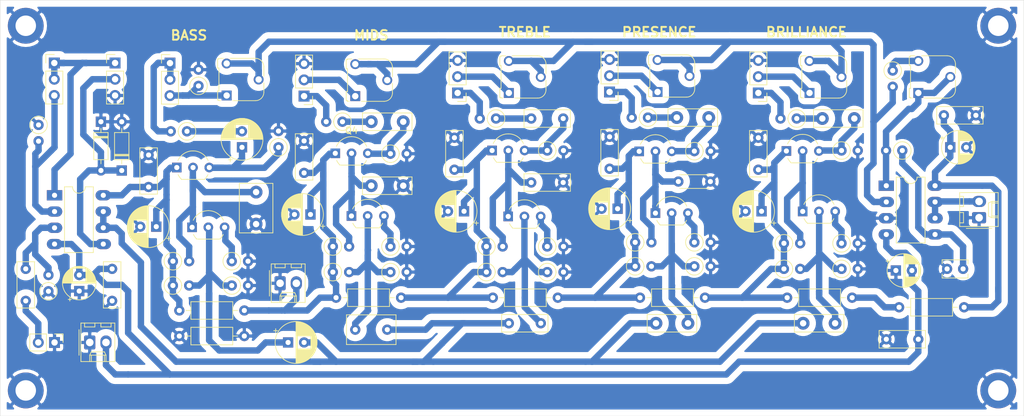
<source format=kicad_pcb>
(kicad_pcb (version 20171130) (host pcbnew 5.1.9)
  (title_block (title "Five-band EQ") (date 2022-06-26) (rev A))
  (layers (0 F.Cu signal hide) (31 B.Cu signal) (34 B.Paste user) (35 F.Paste user) (36 B.SilkS user) (37 F.SilkS user) (38 B.Mask user) (39 F.Mask user hide) (44 Edge.Cuts user))
  (net 0 "")
  (net 1 GND)
  (net 2 +15V)
  (net 3 "Net-(C5-Pad1)")
  (net 4 TO_PREAMP)
  (net 5 "Net-(C8-Pad1)")
  (net 6 TO_FILTER)
  (net 7 "Net-(C13-Pad1)")
  (net 8 "Net-(C14-Pad1)")
  (net 9 "Net-(C15-Pad2)")
  (net 10 "Net-(C15-Pad1)")
  (net 11 "Net-(C18-Pad1)")
  (net 12 "Net-(C19-Pad1)")
  (net 13 "Net-(C20-Pad2)")
  (net 14 "Net-(C20-Pad1)")
  (net 15 "Net-(C23-Pad1)")
  (net 16 "Net-(C24-Pad1)")
  (net 17 "Net-(C25-Pad2)")
  (net 18 "Net-(C25-Pad1)")
  (net 19 "Net-(C28-Pad1)")
  (net 20 "Net-(C29-Pad1)")
  (net 21 "Net-(C30-Pad2)")
  (net 22 "Net-(C30-Pad1)")
  (net 23 "Net-(C33-Pad1)")
  (net 24 "Net-(C34-Pad2)")
  (net 25 "Net-(C34-Pad1)")
  (net 26 "Net-(D1-Pad1)")
  (net 27 "Net-(Q10-Pad2)")
  (net 28 TO_SUMMING_AMP)
  (net 29 "Net-(R1-Pad1)")
  (net 30 "Net-(R2-Pad2)")
  (net 31 "Net-(R3-Pad2)")
  (net 32 "Net-(R9-Pad2)")
  (net 33 "Net-(R10-Pad1)")
  (net 34 "Net-(R16-Pad2)")
  (net 35 "Net-(R22-Pad2)")
  (net 36 "Net-(R28-Pad2)")
  (net 37 "Net-(R34-Pad2)")
  (net 38 "Net-(RV2-Pad1)")
  (net 39 "Net-(RV6-Pad2)")
  (net 40 "Net-(RV8-Pad2)")
  (net 41 "Net-(RV10-Pad2)")
  (net 42 "Net-(RV12-Pad2)")
  (net 43 OUTPUT)
  (net 44 -15V)
  (net 45 "Net-(Q1-Pad3)")
  (net 46 "Net-(Q3-Pad3)")
  (net 47 "Net-(Q5-Pad3)")
  (net 48 "Net-(Q7-Pad3)")
  (net 49 "Net-(Q9-Pad3)")
  (module Package_DIP:DIP-8_W7.62mm_LongPads (layer F.Cu) (at 207 87.25)
    (fp_text reference U1 hide)
    (fp_text value TL072)
    (pad 8 thru_hole oval (at 7.62 0) (size 2.4 1.6) (drill 0.8) (layers *.Cu *.Mask) (net 2 +15V))
    (pad 4 thru_hole oval (at 0 7.62) (size 2.4 1.6) (drill 0.8) (layers *.Cu *.Mask) (net 44 -15V))
    (pad 7 thru_hole oval (at 7.62 2.54) (size 2.4 1.6) (drill 0.8) (layers *.Cu *.Mask) (net 43 OUTPUT))
    (pad 3 thru_hole oval (at 0 5.08) (size 2.4 1.6) (drill 0.8) (layers *.Cu *.Mask) (net 1 GND))
    (pad 6 thru_hole oval (at 7.62 5.08) (size 2.4 1.6) (drill 0.8) (layers *.Cu *.Mask) (net 43 OUTPUT))
    (pad 2 thru_hole oval (at 0 2.54) (size 2.4 1.6) (drill 0.8) (layers *.Cu *.Mask) (net 28 TO_SUMMING_AMP))
    (pad 5 thru_hole oval (at 7.62 7.62) (size 2.4 1.6) (drill 0.8) (layers *.Cu *.Mask) (net 3 "Net-(C5-Pad1)"))
    (pad 1 thru_hole rect (at 0 0) (size 2.4 1.6) (drill 0.8) (layers *.Cu *.Mask) (net 30 "Net-(R2-Pad2)"))
  )
  (module Resistor_THT:R_Axial_DIN0207_L6.3mm_D2.5mm_P2.54mm_Vertical (layer F.Cu) (at 76.05 103.75 90)
    (fp_text reference R42 hide)
    (fp_text value 1M)
    (pad 2 thru_hole oval (at 2.54 0 90) (size 1.6 1.6) (drill 0.8) (layers *.Cu *.Mask) (net 5 "Net-(C8-Pad1)"))
    (pad 1 thru_hole circle (at 0 0 90) (size 1.6 1.6) (drill 0.8) (layers *.Cu *.Mask) (net 1 GND))
  )
  (module Package_TO_SOT_THT:TO-92_Inline_Wide (layer F.Cu) (at 191.383201 81.82409)
    (fp_text reference Q10 hide)
    (fp_text value BC547)
    (pad 1 thru_hole rect (at 0 0) (size 1.5 1.5) (drill 0.8) (layers *.Cu *.Mask) (net 2 +15V))
    (pad 3 thru_hole circle (at 5.08 0) (size 1.5 1.5) (drill 0.8) (layers *.Cu *.Mask) (net 24 "Net-(C34-Pad2)"))
    (pad 2 thru_hole circle (at 2.54 0) (size 1.5 1.5) (drill 0.8) (layers *.Cu *.Mask) (net 27 "Net-(Q10-Pad2)"))
  )
  (module Package_TO_SOT_THT:TO-92_Inline_Wide (layer F.Cu) (at 193.932372 91.271133)
    (fp_text reference Q9 hide)
    (fp_text value BC547)
    (pad 1 thru_hole rect (at 0 0) (size 1.5 1.5) (drill 0.8) (layers *.Cu *.Mask) (net 27 "Net-(Q10-Pad2)"))
    (pad 3 thru_hole circle (at 5.08 0) (size 1.5 1.5) (drill 0.8) (layers *.Cu *.Mask) (net 49 "Net-(Q9-Pad3)"))
    (pad 2 thru_hole circle (at 2.54 0) (size 1.5 1.5) (drill 0.8) (layers *.Cu *.Mask) (net 23 "Net-(C33-Pad1)"))
  )
  (module Package_TO_SOT_THT:TO-92_Inline_Wide (layer F.Cu) (at 168.381651 81.881028)
    (fp_text reference Q8 hide)
    (fp_text value BC547)
    (pad 1 thru_hole rect (at 0 0) (size 1.5 1.5) (drill 0.8) (layers *.Cu *.Mask) (net 2 +15V))
    (pad 3 thru_hole circle (at 5.08 0) (size 1.5 1.5) (drill 0.8) (layers *.Cu *.Mask) (net 21 "Net-(C30-Pad2)"))
    (pad 2 thru_hole circle (at 2.54 0) (size 1.5 1.5) (drill 0.8) (layers *.Cu *.Mask) (net 20 "Net-(C29-Pad1)"))
  )
  (module Package_TO_SOT_THT:TO-92_Inline_Wide (layer F.Cu) (at 170.915465 91.536572)
    (fp_text reference Q7 hide)
    (fp_text value BC547)
    (pad 1 thru_hole rect (at 0 0) (size 1.5 1.5) (drill 0.8) (layers *.Cu *.Mask) (net 20 "Net-(C29-Pad1)"))
    (pad 3 thru_hole circle (at 5.08 0) (size 1.5 1.5) (drill 0.8) (layers *.Cu *.Mask) (net 48 "Net-(Q7-Pad3)"))
    (pad 2 thru_hole circle (at 2.54 0) (size 1.5 1.5) (drill 0.8) (layers *.Cu *.Mask) (net 19 "Net-(C28-Pad1)"))
  )
  (module Package_TO_SOT_THT:TO-92_Inline_Wide (layer F.Cu) (at 145.38481 81.746038)
    (fp_text reference Q6 hide)
    (fp_text value BC547)
    (pad 1 thru_hole rect (at 0 0) (size 1.5 1.5) (drill 0.8) (layers *.Cu *.Mask) (net 2 +15V))
    (pad 3 thru_hole circle (at 5.08 0) (size 1.5 1.5) (drill 0.8) (layers *.Cu *.Mask) (net 17 "Net-(C25-Pad2)"))
    (pad 2 thru_hole circle (at 2.54 0) (size 1.5 1.5) (drill 0.8) (layers *.Cu *.Mask) (net 16 "Net-(C24-Pad1)"))
  )
  (module Package_TO_SOT_THT:TO-92_Inline_Wide (layer F.Cu) (at 147.901943 92.052166)
    (fp_text reference Q5 hide)
    (fp_text value BC547)
    (pad 1 thru_hole rect (at 0 0) (size 1.5 1.5) (drill 0.8) (layers *.Cu *.Mask) (net 16 "Net-(C24-Pad1)"))
    (pad 3 thru_hole circle (at 5.08 0) (size 1.5 1.5) (drill 0.8) (layers *.Cu *.Mask) (net 47 "Net-(Q5-Pad3)"))
    (pad 2 thru_hole circle (at 2.54 0) (size 1.5 1.5) (drill 0.8) (layers *.Cu *.Mask) (net 15 "Net-(C23-Pad1)"))
  )
  (module Package_TO_SOT_THT:TO-92_Inline_Wide (layer F.Cu) (at 120.879178 82.184864)
    (fp_text reference Q4 (at 2.54 -3.56) (layer F.SilkS))
    (fp_text value BC547)
    (pad 1 thru_hole rect (at 0 0) (size 1.5 1.5) (drill 0.8) (layers *.Cu *.Mask) (net 2 +15V))
    (pad 3 thru_hole circle (at 5.08 0) (size 1.5 1.5) (drill 0.8) (layers *.Cu *.Mask) (net 13 "Net-(C20-Pad2)"))
    (pad 2 thru_hole circle (at 2.54 0) (size 1.5 1.5) (drill 0.8) (layers *.Cu *.Mask) (net 12 "Net-(C19-Pad1)"))
  )
  (module Package_TO_SOT_THT:TO-92_Inline_Wide (layer F.Cu) (at 123.402616 91.982194)
    (fp_text reference Q3 hide)
    (fp_text value BC547)
    (pad 1 thru_hole rect (at 0 0) (size 1.5 1.5) (drill 0.8) (layers *.Cu *.Mask) (net 12 "Net-(C19-Pad1)"))
    (pad 3 thru_hole circle (at 5.08 0) (size 1.5 1.5) (drill 0.8) (layers *.Cu *.Mask) (net 46 "Net-(Q3-Pad3)"))
    (pad 2 thru_hole circle (at 2.54 0) (size 1.5 1.5) (drill 0.8) (layers *.Cu *.Mask) (net 11 "Net-(C18-Pad1)"))
  )
  (module Package_TO_SOT_THT:TO-92_Inline_Wide (layer F.Cu) (at 96.104378 84.407234)
    (fp_text reference Q2 hide)
    (fp_text value BC547)
    (pad 1 thru_hole rect (at 0 0) (size 1.5 1.5) (drill 0.8) (layers *.Cu *.Mask) (net 2 +15V))
    (pad 3 thru_hole circle (at 5.08 0) (size 1.5 1.5) (drill 0.8) (layers *.Cu *.Mask) (net 10 "Net-(C15-Pad1)"))
    (pad 2 thru_hole circle (at 2.54 0) (size 1.5 1.5) (drill 0.8) (layers *.Cu *.Mask) (net 8 "Net-(C14-Pad1)"))
  )
  (module Package_TO_SOT_THT:TO-92_Inline_Wide (layer F.Cu) (at 98.5 93.75)
    (fp_text reference Q1 hide)
    (fp_text value BC547)
    (pad 1 thru_hole rect (at 0 0) (size 1.5 1.5) (drill 0.8) (layers *.Cu *.Mask) (net 8 "Net-(C14-Pad1)"))
    (pad 3 thru_hole circle (at 5.08 0) (size 1.5 1.5) (drill 0.8) (layers *.Cu *.Mask) (net 45 "Net-(Q1-Pad3)"))
    (pad 2 thru_hole circle (at 2.54 0) (size 1.5 1.5) (drill 0.8) (layers *.Cu *.Mask) (net 7 "Net-(C13-Pad1)"))
  )
  (module Connector_Molex:Molex_KK-254_AE-6410-02A_1x02_P2.54mm_Vertical (layer F.Cu) (at 221.5 92.25 90)
    (fp_text reference J4 hide)
    (fp_text value Conn_01x02_Male hide)
    (pad 2 thru_hole oval (at 2.54 0 90) (size 1.74 2.19) (drill 1.19) (layers *.Cu *.Mask) (net 43 OUTPUT))
    (pad 1 thru_hole roundrect (at 0 0 90) (size 1.74 2.19) (drill 1.19) (layers *.Cu *.Mask) (roundrect_rratio 0.1436775862068966) (net 1 GND))
  )
  (module Resistor_THT:R_Axial_DIN0207_L6.3mm_D2.5mm_P10.16mm_Horizontal (layer F.Cu) (at 209 106.25)
    (fp_text reference R41 hide)
    (fp_text value 0)
    (pad 2 thru_hole oval (at 10.16 0) (size 1.6 1.6) (drill 0.8) (layers *.Cu *.Mask) (net 2 +15V))
    (pad 1 thru_hole circle (at 0 0) (size 1.6 1.6) (drill 0.8) (layers *.Cu *.Mask) (net 2 +15V))
  )
  (module Resistor_THT:R_Axial_DIN0207_L6.3mm_D2.5mm_P10.16mm_Horizontal (layer F.Cu) (at 96.5 110.75)
    (fp_text reference R40 hide)
    (fp_text value 0)
    (pad 2 thru_hole oval (at 10.16 0) (size 1.6 1.6) (drill 0.8) (layers *.Cu *.Mask) (net 1 GND))
    (pad 1 thru_hole circle (at 0 0) (size 1.6 1.6) (drill 0.8) (layers *.Cu *.Mask) (net 1 GND))
  )
  (module Connector_PinHeader_2.54mm:PinHeader_1x02_P2.54mm_Vertical (layer F.Cu) (at 77 111.75 270)
    (fp_text reference J3 hide)
    (fp_text value Conn_01x02_Male hide)
    (pad 2 thru_hole oval (at 0 2.54 270) (size 1.7 1.7) (drill 1) (layers *.Cu *.Mask) (net 4 TO_PREAMP))
    (pad 1 thru_hole rect (at 0 0 270) (size 1.7 1.7) (drill 1) (layers *.Cu *.Mask) (net 1 GND))
  )
  (module Connector_Molex:Molex_KK-254_AE-6410-02A_1x02_P2.54mm_Vertical (layer F.Cu) (at 82.5 111.75)
    (fp_text reference J2 hide)
    (fp_text value Conn_01x02_Male hide)
    (pad 2 thru_hole oval (at 2.54 0) (size 1.74 2.19) (drill 1.19) (layers *.Cu *.Mask) (net 44 -15V))
    (pad 1 thru_hole roundrect (at 0 0) (size 1.74 2.19) (drill 1.19) (layers *.Cu *.Mask) (roundrect_rratio 0.1436775862068966) (net 1 GND))
  )
  (module Connector_Molex:Molex_KK-254_AE-6410-02A_1x02_P2.54mm_Vertical (layer F.Cu) (at 112.25 102.5)
    (fp_text reference J1 hide)
    (fp_text value Conn_01x02_Male hide)
    (pad 2 thru_hole oval (at 2.54 0) (size 1.74 2.19) (drill 1.19) (layers *.Cu *.Mask) (net 2 +15V))
    (pad 1 thru_hole roundrect (at 0 0) (size 1.74 2.19) (drill 1.19) (layers *.Cu *.Mask) (roundrect_rratio 0.1436775862068966) (net 1 GND))
  )
  (module Resistor_THT:R_Axial_DIN0207_L6.3mm_D2.5mm_P10.16mm_Horizontal (layer F.Cu) (at 191.5 104.75)
    (fp_text reference R39 hide)
    (fp_text value 0)
    (pad 2 thru_hole oval (at 10.16 0) (size 1.6 1.6) (drill 0.8) (layers *.Cu *.Mask) (net 2 +15V))
    (pad 1 thru_hole circle (at 0 0) (size 1.6 1.6) (drill 0.8) (layers *.Cu *.Mask) (net 2 +15V))
  )
  (module Resistor_THT:R_Axial_DIN0207_L6.3mm_D2.5mm_P10.16mm_Horizontal (layer F.Cu) (at 96.5 106.75)
    (fp_text reference R38 hide)
    (fp_text value 0)
    (pad 2 thru_hole oval (at 10.16 0) (size 1.6 1.6) (drill 0.8) (layers *.Cu *.Mask) (net 2 +15V))
    (pad 1 thru_hole circle (at 0 0) (size 1.6 1.6) (drill 0.8) (layers *.Cu *.Mask) (net 2 +15V))
  )
  (module Resistor_THT:R_Axial_DIN0207_L6.3mm_D2.5mm_P10.16mm_Horizontal (layer F.Cu) (at 168.5 104.75)
    (fp_text reference R37 hide)
    (fp_text value 0)
    (pad 2 thru_hole oval (at 10.16 0) (size 1.6 1.6) (drill 0.8) (layers *.Cu *.Mask) (net 2 +15V))
    (pad 1 thru_hole circle (at 0 0) (size 1.6 1.6) (drill 0.8) (layers *.Cu *.Mask) (net 2 +15V))
  )
  (module Resistor_THT:R_Axial_DIN0207_L6.3mm_D2.5mm_P10.16mm_Horizontal (layer F.Cu) (at 145.5 104.75)
    (fp_text reference R36 hide)
    (fp_text value 0)
    (pad 2 thru_hole oval (at 10.16 0) (size 1.6 1.6) (drill 0.8) (layers *.Cu *.Mask) (net 2 +15V))
    (pad 1 thru_hole circle (at 0 0) (size 1.6 1.6) (drill 0.8) (layers *.Cu *.Mask) (net 2 +15V))
  )
  (module Resistor_THT:R_Axial_DIN0207_L6.3mm_D2.5mm_P10.16mm_Horizontal (layer F.Cu) (at 121 104.75)
    (fp_text reference R35 hide)
    (fp_text value 0)
    (pad 2 thru_hole oval (at 10.16 0) (size 1.6 1.6) (drill 0.8) (layers *.Cu *.Mask) (net 2 +15V))
    (pad 1 thru_hole circle (at 0 0) (size 1.6 1.6) (drill 0.8) (layers *.Cu *.Mask) (net 2 +15V))
  )
  (module Resistor_THT:R_Axial_DIN0207_L6.3mm_D2.5mm_P2.54mm_Vertical (layer F.Cu) (at 209.5 81.75 180)
    (fp_text reference R2 hide)
    (fp_text value 1k)
    (pad 2 thru_hole oval (at 2.54 0 180) (size 1.6 1.6) (drill 0.8) (layers *.Cu *.Mask) (net 30 "Net-(R2-Pad2)"))
    (pad 1 thru_hole circle (at 0 0 180) (size 1.6 1.6) (drill 0.8) (layers *.Cu *.Mask) (net 3 "Net-(C5-Pad1)"))
  )
  (module MountingHole:MountingHole_3.2mm_M3_DIN965_Pad (layer F.Cu) (at 72.5 119.25)
    (fp_text reference H4 hide)
    (fp_text value MountingHole_Pad hide)
    (pad 1 thru_hole circle (at 0 0) (size 5.6 5.6) (drill 3.2) (layers *.Cu *.Mask) (net 1 GND))
  )
  (module MountingHole:MountingHole_3.2mm_M3_DIN965_Pad (layer F.Cu) (at 224.5 62.25)
    (fp_text reference H3 hide)
    (fp_text value MountingHole_Pad hide)
    (pad 1 thru_hole circle (at 0 0) (size 5.6 5.6) (drill 3.2) (layers *.Cu *.Mask) (net 1 GND))
  )
  (module MountingHole:MountingHole_3.2mm_M3_DIN965_Pad (layer F.Cu) (at 224.5 119.25)
    (fp_text reference H2 hide)
    (fp_text value MountingHole_Pad hide)
    (pad 1 thru_hole circle (at 0 0) (size 5.6 5.6) (drill 3.2) (layers *.Cu *.Mask) (net 1 GND))
  )
  (module MountingHole:MountingHole_3.2mm_M3_DIN965_Pad (layer F.Cu) (at 72.5 62.25)
    (fp_text reference H1 hide)
    (fp_text value MountingHole_Pad hide)
    (pad 1 thru_hole circle (at 0 0) (size 5.6 5.6) (drill 3.2) (layers *.Cu *.Mask) (net 1 GND))
  )
  (module Capacitor_THT:C_Disc_D7.5mm_W2.5mm_P5.00mm (layer F.Cu) (at 197 76.75)
    (fp_text reference C34 hide)
    (fp_text value 22n)
    (pad 2 thru_hole circle (at 5 0) (size 2 2) (drill 1) (layers *.Cu *.Mask) (net 24 "Net-(C34-Pad2)"))
    (pad 1 thru_hole circle (at 0 0) (size 2 2) (drill 1) (layers *.Cu *.Mask) (net 25 "Net-(C34-Pad1)"))
  )
  (module Capacitor_THT:C_Disc_D7.5mm_W2.5mm_P5.00mm (layer F.Cu) (at 199 108.75 180)
    (fp_text reference C33 hide)
    (fp_text value 22n)
    (pad 2 thru_hole circle (at 5 0 180) (size 2 2) (drill 1) (layers *.Cu *.Mask) (net 6 TO_FILTER))
    (pad 1 thru_hole circle (at 0 0 180) (size 2 2) (drill 1) (layers *.Cu *.Mask) (net 23 "Net-(C33-Pad1)"))
  )
  (module Capacitor_THT:C_Disc_D7.5mm_W2.5mm_P5.00mm (layer F.Cu) (at 174.25 76.6)
    (fp_text reference C30 hide)
    (fp_text value 22n)
    (pad 2 thru_hole circle (at 5 0) (size 2 2) (drill 1) (layers *.Cu *.Mask) (net 21 "Net-(C30-Pad2)"))
    (pad 1 thru_hole circle (at 0 0) (size 2 2) (drill 1) (layers *.Cu *.Mask) (net 22 "Net-(C30-Pad1)"))
  )
  (module Capacitor_THT:C_Disc_D7.5mm_W2.5mm_P5.00mm (layer F.Cu) (at 176 108.75 180)
    (fp_text reference C28 hide)
    (fp_text value 22n)
    (pad 2 thru_hole circle (at 5 0 180) (size 2 2) (drill 1) (layers *.Cu *.Mask) (net 6 TO_FILTER))
    (pad 1 thru_hole circle (at 0 0 180) (size 2 2) (drill 1) (layers *.Cu *.Mask) (net 19 "Net-(C28-Pad1)"))
  )
  (module Capacitor_THT:C_Disc_D7.5mm_W2.5mm_P5.00mm (layer F.Cu) (at 126.5 77.25)
    (fp_text reference C20 hide)
    (fp_text value 220n)
    (pad 2 thru_hole circle (at 5 0) (size 2 2) (drill 1) (layers *.Cu *.Mask) (net 13 "Net-(C20-Pad2)"))
    (pad 1 thru_hole circle (at 0 0) (size 2 2) (drill 1) (layers *.Cu *.Mask) (net 14 "Net-(C20-Pad1)"))
  )
  (module Capacitor_THT:C_Disc_D7.5mm_W2.5mm_P5.00mm (layer F.Cu) (at 126.5 87.25)
    (fp_text reference C19 hide)
    (fp_text value 220n)
    (pad 2 thru_hole circle (at 5 0) (size 2 2) (drill 1) (layers *.Cu *.Mask) (net 1 GND))
    (pad 1 thru_hole circle (at 0 0) (size 2 2) (drill 1) (layers *.Cu *.Mask) (net 12 "Net-(C19-Pad1)"))
  )
  (module Capacitor_THT:C_Disc_D7.0mm_W2.5mm_P5.00mm (layer F.Cu) (at 187 84.75 90)
    (fp_text reference C35 hide)
    (fp_text value 100n)
    (pad 2 thru_hole circle (at 5 0 90) (size 1.6 1.6) (drill 0.8) (layers *.Cu *.Mask) (net 1 GND))
    (pad 1 thru_hole circle (at 0 0 90) (size 1.6 1.6) (drill 0.8) (layers *.Cu *.Mask) (net 2 +15V))
  )
  (module Capacitor_THT:C_Disc_D7.0mm_W2.5mm_P5.00mm (layer F.Cu) (at 163.75 84.6 90)
    (fp_text reference C31 hide)
    (fp_text value 100n)
    (pad 2 thru_hole circle (at 5 0 90) (size 1.6 1.6) (drill 0.8) (layers *.Cu *.Mask) (net 1 GND))
    (pad 1 thru_hole circle (at 0 0 90) (size 1.6 1.6) (drill 0.8) (layers *.Cu *.Mask) (net 2 +15V))
  )
  (module Capacitor_THT:C_Disc_D7.0mm_W2.5mm_P5.00mm (layer F.Cu) (at 139.5 84.75 90)
    (fp_text reference C26 hide)
    (fp_text value 100n)
    (pad 2 thru_hole circle (at 5 0 90) (size 1.6 1.6) (drill 0.8) (layers *.Cu *.Mask) (net 1 GND))
    (pad 1 thru_hole circle (at 0 0 90) (size 1.6 1.6) (drill 0.8) (layers *.Cu *.Mask) (net 2 +15V))
  )
  (module Capacitor_THT:C_Disc_D7.0mm_W2.5mm_P5.00mm (layer F.Cu) (at 151.5 76.75)
    (fp_text reference C25 hide)
    (fp_text value 100n)
    (pad 2 thru_hole circle (at 5 0) (size 1.6 1.6) (drill 0.8) (layers *.Cu *.Mask) (net 17 "Net-(C25-Pad2)"))
    (pad 1 thru_hole circle (at 0 0) (size 1.6 1.6) (drill 0.8) (layers *.Cu *.Mask) (net 18 "Net-(C25-Pad1)"))
  )
  (module Capacitor_THT:C_Disc_D7.0mm_W2.5mm_P5.00mm (layer F.Cu) (at 151.5 86.75)
    (fp_text reference C24 hide)
    (fp_text value 100n)
    (pad 2 thru_hole circle (at 5 0) (size 1.6 1.6) (drill 0.8) (layers *.Cu *.Mask) (net 1 GND))
    (pad 1 thru_hole circle (at 0 0) (size 1.6 1.6) (drill 0.8) (layers *.Cu *.Mask) (net 16 "Net-(C24-Pad1)"))
  )
  (module Capacitor_THT:C_Disc_D7.0mm_W2.5mm_P5.00mm (layer F.Cu) (at 153 108.75 180)
    (fp_text reference C23 hide)
    (fp_text value 100n)
    (pad 2 thru_hole circle (at 5 0 180) (size 1.6 1.6) (drill 0.8) (layers *.Cu *.Mask) (net 6 TO_FILTER))
    (pad 1 thru_hole circle (at 0 0 180) (size 1.6 1.6) (drill 0.8) (layers *.Cu *.Mask) (net 15 "Net-(C23-Pad1)"))
  )
  (module Capacitor_THT:C_Disc_D7.0mm_W2.5mm_P5.00mm (layer F.Cu) (at 116 85.25 90)
    (fp_text reference C21 hide)
    (fp_text value 100n)
    (pad 2 thru_hole circle (at 5 0 90) (size 1.6 1.6) (drill 0.8) (layers *.Cu *.Mask) (net 1 GND))
    (pad 1 thru_hole circle (at 0 0 90) (size 1.6 1.6) (drill 0.8) (layers *.Cu *.Mask) (net 2 +15V))
  )
  (module Capacitor_THT:C_Disc_D7.0mm_W2.5mm_P5.00mm (layer F.Cu) (at 91.7 87.45 90)
    (fp_text reference C16 hide)
    (fp_text value 100n)
    (pad 2 thru_hole circle (at 5 0 90) (size 1.6 1.6) (drill 0.8) (layers *.Cu *.Mask) (net 1 GND))
    (pad 1 thru_hole circle (at 0 0 90) (size 1.6 1.6) (drill 0.8) (layers *.Cu *.Mask) (net 2 +15V))
  )
  (module Capacitor_THT:C_Disc_D7.0mm_W2.5mm_P5.00mm (layer F.Cu) (at 86 100.25 270)
    (fp_text reference C12 hide)
    (fp_text value 100n)
    (pad 2 thru_hole circle (at 5 0 270) (size 1.6 1.6) (drill 0.8) (layers *.Cu *.Mask) (net 1 GND))
    (pad 1 thru_hole circle (at 0 0 270) (size 1.6 1.6) (drill 0.8) (layers *.Cu *.Mask) (net 44 -15V))
  )
  (module Capacitor_THT:C_Disc_D7.0mm_W2.5mm_P5.00mm (layer F.Cu) (at 72.5 100.25 270)
    (fp_text reference C8 hide)
    (fp_text value 100n)
    (pad 2 thru_hole circle (at 5 0 270) (size 1.6 1.6) (drill 0.8) (layers *.Cu *.Mask) (net 4 TO_PREAMP))
    (pad 1 thru_hole circle (at 0 0 270) (size 1.6 1.6) (drill 0.8) (layers *.Cu *.Mask) (net 5 "Net-(C8-Pad1)"))
  )
  (module Capacitor_THT:C_Disc_D7.0mm_W2.5mm_P5.00mm (layer F.Cu) (at 212 111.25 180)
    (fp_text reference C7 hide)
    (fp_text value 100n)
    (pad 2 thru_hole circle (at 5 0 180) (size 1.6 1.6) (drill 0.8) (layers *.Cu *.Mask) (net 1 GND))
    (pad 1 thru_hole circle (at 0 0 180) (size 1.6 1.6) (drill 0.8) (layers *.Cu *.Mask) (net 44 -15V))
  )
  (module Capacitor_THT:C_Disc_D7.0mm_W2.5mm_P5.00mm (layer F.Cu) (at 216 76.25)
    (fp_text reference C1 hide)
    (fp_text value 100n)
    (pad 2 thru_hole circle (at 5 0) (size 1.6 1.6) (drill 0.8) (layers *.Cu *.Mask) (net 1 GND))
    (pad 1 thru_hole circle (at 0 0) (size 1.6 1.6) (drill 0.8) (layers *.Cu *.Mask) (net 2 +15V))
  )
  (module Package_DIP:DIP-8_W7.62mm_LongPads (layer F.Cu) (at 77 88.75)
    (fp_text reference U2 hide)
    (fp_text value TL072)
    (pad 8 thru_hole oval (at 7.62 0) (size 2.4 1.6) (drill 0.8) (layers *.Cu *.Mask) (net 2 +15V))
    (pad 4 thru_hole oval (at 0 7.62) (size 2.4 1.6) (drill 0.8) (layers *.Cu *.Mask) (net 44 -15V))
    (pad 7 thru_hole oval (at 7.62 2.54) (size 2.4 1.6) (drill 0.8) (layers *.Cu *.Mask) (net 6 TO_FILTER))
    (pad 3 thru_hole oval (at 0 5.08) (size 2.4 1.6) (drill 0.8) (layers *.Cu *.Mask) (net 5 "Net-(C8-Pad1)"))
    (pad 6 thru_hole oval (at 7.62 5.08) (size 2.4 1.6) (drill 0.8) (layers *.Cu *.Mask) (net 6 TO_FILTER))
    (pad 2 thru_hole oval (at 0 2.54) (size 2.4 1.6) (drill 0.8) (layers *.Cu *.Mask) (net 31 "Net-(R3-Pad2)"))
    (pad 5 thru_hole oval (at 7.62 7.62) (size 2.4 1.6) (drill 0.8) (layers *.Cu *.Mask) (net 26 "Net-(D1-Pad1)"))
    (pad 1 thru_hole rect (at 0 0) (size 2.4 1.6) (drill 0.8) (layers *.Cu *.Mask) (net 38 "Net-(RV2-Pad1)"))
  )
  (module Potentiometer_THT:Potentiometer_Runtron_RM-065_Vertical (layer F.Cu) (at 195 72.75 90)
    (fp_text reference RV13 hide)
    (fp_text value 10k)
    (pad 2 thru_hole circle (at 2.5 5 90) (size 1.55 1.55) (drill 1) (layers *.Cu *.Mask) (net 28 TO_SUMMING_AMP))
    (pad 1 thru_hole rect (at 0 0 90) (size 1.55 1.55) (drill 1) (layers *.Cu *.Mask) (net 42 "Net-(RV12-Pad2)"))
    (pad 3 thru_hole circle (at 5 0 90) (size 1.55 1.55) (drill 1) (layers *.Cu *.Mask) (net 28 TO_SUMMING_AMP))
  )
  (module Connector_PinHeader_2.54mm:PinHeader_1x03_P2.54mm_Vertical (layer F.Cu) (at 187 72.75 180)
    (fp_text reference RV12 hide)
    (fp_text value 100k)
    (pad 3 thru_hole oval (at 0 5.08 180) (size 1.7 1.7) (drill 1) (layers *.Cu *.Mask) (net 1 GND))
    (pad 2 thru_hole oval (at 0 2.54 180) (size 1.7 1.7) (drill 1) (layers *.Cu *.Mask) (net 42 "Net-(RV12-Pad2)"))
    (pad 1 thru_hole rect (at 0 0 180) (size 1.7 1.7) (drill 1) (layers *.Cu *.Mask) (net 37 "Net-(R34-Pad2)"))
  )
  (module Potentiometer_THT:Potentiometer_Runtron_RM-065_Vertical (layer F.Cu) (at 171.25 72.6 90)
    (fp_text reference RV11 hide)
    (fp_text value 10k)
    (pad 2 thru_hole circle (at 2.5 5 90) (size 1.55 1.55) (drill 1) (layers *.Cu *.Mask) (net 28 TO_SUMMING_AMP))
    (pad 1 thru_hole rect (at 0 0 90) (size 1.55 1.55) (drill 1) (layers *.Cu *.Mask) (net 41 "Net-(RV10-Pad2)"))
    (pad 3 thru_hole circle (at 5 0 90) (size 1.55 1.55) (drill 1) (layers *.Cu *.Mask) (net 28 TO_SUMMING_AMP))
  )
  (module Connector_PinHeader_2.54mm:PinHeader_1x03_P2.54mm_Vertical (layer F.Cu) (at 163.75 72.6 180)
    (fp_text reference RV10 hide)
    (fp_text value 100k)
    (pad 3 thru_hole oval (at 0 5.08 180) (size 1.7 1.7) (drill 1) (layers *.Cu *.Mask) (net 1 GND))
    (pad 2 thru_hole oval (at 0 2.54 180) (size 1.7 1.7) (drill 1) (layers *.Cu *.Mask) (net 41 "Net-(RV10-Pad2)"))
    (pad 1 thru_hole rect (at 0 0 180) (size 1.7 1.7) (drill 1) (layers *.Cu *.Mask) (net 36 "Net-(R28-Pad2)"))
  )
  (module Potentiometer_THT:Potentiometer_Runtron_RM-065_Vertical (layer F.Cu) (at 148 72.75 90)
    (fp_text reference RV9 hide)
    (fp_text value 10k)
    (pad 2 thru_hole circle (at 2.5 5 90) (size 1.55 1.55) (drill 1) (layers *.Cu *.Mask) (net 28 TO_SUMMING_AMP))
    (pad 1 thru_hole rect (at 0 0 90) (size 1.55 1.55) (drill 1) (layers *.Cu *.Mask) (net 40 "Net-(RV8-Pad2)"))
    (pad 3 thru_hole circle (at 5 0 90) (size 1.55 1.55) (drill 1) (layers *.Cu *.Mask) (net 28 TO_SUMMING_AMP))
  )
  (module Connector_PinHeader_2.54mm:PinHeader_1x03_P2.54mm_Vertical (layer F.Cu) (at 140 72.75 180)
    (fp_text reference RV8 hide)
    (fp_text value 100k)
    (pad 3 thru_hole oval (at 0 5.08 180) (size 1.7 1.7) (drill 1) (layers *.Cu *.Mask) (net 1 GND))
    (pad 2 thru_hole oval (at 0 2.54 180) (size 1.7 1.7) (drill 1) (layers *.Cu *.Mask) (net 40 "Net-(RV8-Pad2)"))
    (pad 1 thru_hole rect (at 0 0 180) (size 1.7 1.7) (drill 1) (layers *.Cu *.Mask) (net 35 "Net-(R22-Pad2)"))
  )
  (module Potentiometer_THT:Potentiometer_Runtron_RM-065_Vertical (layer F.Cu) (at 124 73.25 90)
    (fp_text reference RV7 hide)
    (fp_text value 10k)
    (pad 2 thru_hole circle (at 2.5 5 90) (size 1.55 1.55) (drill 1) (layers *.Cu *.Mask) (net 28 TO_SUMMING_AMP))
    (pad 1 thru_hole rect (at 0 0 90) (size 1.55 1.55) (drill 1) (layers *.Cu *.Mask) (net 39 "Net-(RV6-Pad2)"))
    (pad 3 thru_hole circle (at 5 0 90) (size 1.55 1.55) (drill 1) (layers *.Cu *.Mask) (net 28 TO_SUMMING_AMP))
  )
  (module Connector_PinHeader_2.54mm:PinHeader_1x03_P2.54mm_Vertical (layer F.Cu) (at 116 73.25 180)
    (fp_text reference RV6 hide)
    (fp_text value 100k)
    (pad 3 thru_hole oval (at 0 5.08 180) (size 1.7 1.7) (drill 1) (layers *.Cu *.Mask) (net 1 GND))
    (pad 2 thru_hole oval (at 0 2.54 180) (size 1.7 1.7) (drill 1) (layers *.Cu *.Mask) (net 39 "Net-(RV6-Pad2)"))
    (pad 1 thru_hole rect (at 0 0 180) (size 1.7 1.7) (drill 1) (layers *.Cu *.Mask) (net 34 "Net-(R16-Pad2)"))
  )
  (module Potentiometer_THT:Potentiometer_Runtron_RM-065_Vertical (layer F.Cu) (at 103.9 73.15 90)
    (fp_text reference RV5 hide)
    (fp_text value 10k)
    (pad 2 thru_hole circle (at 2.5 5 90) (size 1.55 1.55) (drill 1) (layers *.Cu *.Mask) (net 28 TO_SUMMING_AMP))
    (pad 1 thru_hole rect (at 0 0 90) (size 1.55 1.55) (drill 1) (layers *.Cu *.Mask) (net 33 "Net-(R10-Pad1)"))
    (pad 3 thru_hole circle (at 5 0 90) (size 1.55 1.55) (drill 1) (layers *.Cu *.Mask) (net 28 TO_SUMMING_AMP))
  )
  (module Connector_PinHeader_2.54mm:PinHeader_1x03_P2.54mm_Vertical (layer F.Cu) (at 95.044219 68.091008)
    (fp_text reference RV4 hide)
    (fp_text value 100k)
    (pad 3 thru_hole oval (at 0 5.08) (size 1.7 1.7) (drill 1) (layers *.Cu *.Mask) (net 33 "Net-(R10-Pad1)"))
    (pad 2 thru_hole oval (at 0 2.54) (size 1.7 1.7) (drill 1) (layers *.Cu *.Mask) (net 32 "Net-(R9-Pad2)"))
    (pad 1 thru_hole rect (at 0 0) (size 1.7 1.7) (drill 1) (layers *.Cu *.Mask) (net 32 "Net-(R9-Pad2)"))
  )
  (module Connector_PinHeader_2.54mm:PinHeader_1x03_P2.54mm_Vertical (layer F.Cu) (at 86.46298 68.069184)
    (fp_text reference RV3 hide)
    (fp_text value 100k)
    (pad 3 thru_hole oval (at 0 5.08) (size 1.7 1.7) (drill 1) (layers *.Cu *.Mask) (net 1 GND))
    (pad 2 thru_hole oval (at 0 2.54) (size 1.7 1.7) (drill 1) (layers *.Cu *.Mask) (net 26 "Net-(D1-Pad1)"))
    (pad 1 thru_hole rect (at 0 0) (size 1.7 1.7) (drill 1) (layers *.Cu *.Mask) (net 38 "Net-(RV2-Pad1)"))
  )
  (module Connector_PinHeader_2.54mm:PinHeader_1x03_P2.54mm_Vertical (layer F.Cu) (at 76.96298 68.069184)
    (fp_text reference RV2 hide)
    (fp_text value 100k)
    (pad 3 thru_hole oval (at 0 5.08) (size 1.7 1.7) (drill 1) (layers *.Cu *.Mask) (net 31 "Net-(R3-Pad2)"))
    (pad 2 thru_hole oval (at 0 2.54) (size 1.7 1.7) (drill 1) (layers *.Cu *.Mask) (net 38 "Net-(RV2-Pad1)"))
    (pad 1 thru_hole rect (at 0 0) (size 1.7 1.7) (drill 1) (layers *.Cu *.Mask) (net 38 "Net-(RV2-Pad1)"))
  )
  (module Potentiometer_THT:Potentiometer_Runtron_RM-065_Vertical (layer F.Cu) (at 212 72.75 90)
    (fp_text reference RV1 hide)
    (fp_text value 10k)
    (pad 2 thru_hole circle (at 2.5 5 90) (size 1.55 1.55) (drill 1) (layers *.Cu *.Mask) (net 30 "Net-(R2-Pad2)"))
    (pad 1 thru_hole rect (at 0 0 90) (size 1.55 1.55) (drill 1) (layers *.Cu *.Mask) (net 30 "Net-(R2-Pad2)"))
    (pad 3 thru_hole circle (at 5 0 90) (size 1.55 1.55) (drill 1) (layers *.Cu *.Mask) (net 29 "Net-(R1-Pad1)"))
  )
  (module Resistor_THT:R_Axial_DIN0207_L6.3mm_D2.5mm_P2.54mm_Vertical (layer F.Cu) (at 193 76.75 180)
    (fp_text reference R34 hide)
    (fp_text value 22k)
    (pad 2 thru_hole oval (at 2.54 0 180) (size 1.6 1.6) (drill 0.8) (layers *.Cu *.Mask) (net 37 "Net-(R34-Pad2)"))
    (pad 1 thru_hole circle (at 0 0 180) (size 1.6 1.6) (drill 0.8) (layers *.Cu *.Mask) (net 25 "Net-(C34-Pad1)"))
  )
  (module Resistor_THT:R_Axial_DIN0207_L6.3mm_D2.5mm_P2.54mm_Vertical (layer F.Cu) (at 200 81.75)
    (fp_text reference R33 hide)
    (fp_text value 10k)
    (pad 2 thru_hole oval (at 2.54 0) (size 1.6 1.6) (drill 0.8) (layers *.Cu *.Mask) (net 1 GND))
    (pad 1 thru_hole circle (at 0 0) (size 1.6 1.6) (drill 0.8) (layers *.Cu *.Mask) (net 24 "Net-(C34-Pad2)"))
  )
  (module Resistor_THT:R_Axial_DIN0207_L6.3mm_D2.5mm_P2.54mm_Vertical (layer F.Cu) (at 200 96.25)
    (fp_text reference R32 hide)
    (fp_text value 220)
    (pad 2 thru_hole oval (at 2.54 0) (size 1.6 1.6) (drill 0.8) (layers *.Cu *.Mask) (net 1 GND))
    (pad 1 thru_hole circle (at 0 0) (size 1.6 1.6) (drill 0.8) (layers *.Cu *.Mask) (net 49 "Net-(Q9-Pad3)"))
  )
  (module Resistor_THT:R_Axial_DIN0207_L6.3mm_D2.5mm_P2.54mm_Vertical (layer F.Cu) (at 191 96.25)
    (fp_text reference R31 hide)
    (fp_text value 680)
    (pad 2 thru_hole oval (at 2.54 0) (size 1.6 1.6) (drill 0.8) (layers *.Cu *.Mask) (net 27 "Net-(Q10-Pad2)"))
    (pad 1 thru_hole circle (at 0 0) (size 1.6 1.6) (drill 0.8) (layers *.Cu *.Mask) (net 2 +15V))
  )
  (module Resistor_THT:R_Axial_DIN0207_L6.3mm_D2.5mm_P2.54mm_Vertical (layer F.Cu) (at 200 100.25)
    (fp_text reference R30 hide)
    (fp_text value 2.2k)
    (pad 2 thru_hole oval (at 2.54 0) (size 1.6 1.6) (drill 0.8) (layers *.Cu *.Mask) (net 1 GND))
    (pad 1 thru_hole circle (at 0 0) (size 1.6 1.6) (drill 0.8) (layers *.Cu *.Mask) (net 23 "Net-(C33-Pad1)"))
  )
  (module Resistor_THT:R_Axial_DIN0207_L6.3mm_D2.5mm_P2.54mm_Vertical (layer F.Cu) (at 191 100.25)
    (fp_text reference R29 hide)
    (fp_text value 9.1k)
    (pad 2 thru_hole oval (at 2.54 0) (size 1.6 1.6) (drill 0.8) (layers *.Cu *.Mask) (net 23 "Net-(C33-Pad1)"))
    (pad 1 thru_hole circle (at 0 0) (size 1.6 1.6) (drill 0.8) (layers *.Cu *.Mask) (net 2 +15V))
  )
  (module Resistor_THT:R_Axial_DIN0207_L6.3mm_D2.5mm_P2.54mm_Vertical (layer F.Cu) (at 169.75 76.6 180)
    (fp_text reference R28 hide)
    (fp_text value 22k)
    (pad 2 thru_hole oval (at 2.54 0 180) (size 1.6 1.6) (drill 0.8) (layers *.Cu *.Mask) (net 36 "Net-(R28-Pad2)"))
    (pad 1 thru_hole circle (at 0 0 180) (size 1.6 1.6) (drill 0.8) (layers *.Cu *.Mask) (net 22 "Net-(C30-Pad1)"))
  )
  (module Resistor_THT:R_Axial_DIN0207_L6.3mm_D2.5mm_P2.54mm_Vertical (layer F.Cu) (at 177 81.85)
    (fp_text reference R27 hide)
    (fp_text value 10k)
    (pad 2 thru_hole oval (at 2.54 0) (size 1.6 1.6) (drill 0.8) (layers *.Cu *.Mask) (net 1 GND))
    (pad 1 thru_hole circle (at 0 0) (size 1.6 1.6) (drill 0.8) (layers *.Cu *.Mask) (net 21 "Net-(C30-Pad2)"))
  )
  (module Resistor_THT:R_Axial_DIN0207_L6.3mm_D2.5mm_P2.54mm_Vertical (layer F.Cu) (at 177 96.1)
    (fp_text reference R26 hide)
    (fp_text value 220)
    (pad 2 thru_hole oval (at 2.54 0) (size 1.6 1.6) (drill 0.8) (layers *.Cu *.Mask) (net 1 GND))
    (pad 1 thru_hole circle (at 0 0) (size 1.6 1.6) (drill 0.8) (layers *.Cu *.Mask) (net 48 "Net-(Q7-Pad3)"))
  )
  (module Resistor_THT:R_Axial_DIN0207_L6.3mm_D2.5mm_P2.54mm_Vertical (layer F.Cu) (at 167.75 96.1)
    (fp_text reference R25 hide)
    (fp_text value 680)
    (pad 2 thru_hole oval (at 2.54 0) (size 1.6 1.6) (drill 0.8) (layers *.Cu *.Mask) (net 20 "Net-(C29-Pad1)"))
    (pad 1 thru_hole circle (at 0 0) (size 1.6 1.6) (drill 0.8) (layers *.Cu *.Mask) (net 2 +15V))
  )
  (module Resistor_THT:R_Axial_DIN0207_L6.3mm_D2.5mm_P2.54mm_Vertical (layer F.Cu) (at 177 99.85)
    (fp_text reference R24 hide)
    (fp_text value 2.2k)
    (pad 2 thru_hole oval (at 2.54 0) (size 1.6 1.6) (drill 0.8) (layers *.Cu *.Mask) (net 1 GND))
    (pad 1 thru_hole circle (at 0 0) (size 1.6 1.6) (drill 0.8) (layers *.Cu *.Mask) (net 19 "Net-(C28-Pad1)"))
  )
  (module Resistor_THT:R_Axial_DIN0207_L6.3mm_D2.5mm_P2.54mm_Vertical (layer F.Cu) (at 167.75 99.85)
    (fp_text reference R23 hide)
    (fp_text value 9.1k)
    (pad 2 thru_hole oval (at 2.54 0) (size 1.6 1.6) (drill 0.8) (layers *.Cu *.Mask) (net 19 "Net-(C28-Pad1)"))
    (pad 1 thru_hole circle (at 0 0) (size 1.6 1.6) (drill 0.8) (layers *.Cu *.Mask) (net 2 +15V))
  )
  (module Resistor_THT:R_Axial_DIN0207_L6.3mm_D2.5mm_P2.54mm_Vertical (layer F.Cu) (at 146 76.75 180)
    (fp_text reference R22 hide)
    (fp_text value 10k)
    (pad 2 thru_hole oval (at 2.54 0 180) (size 1.6 1.6) (drill 0.8) (layers *.Cu *.Mask) (net 35 "Net-(R22-Pad2)"))
    (pad 1 thru_hole circle (at 0 0 180) (size 1.6 1.6) (drill 0.8) (layers *.Cu *.Mask) (net 18 "Net-(C25-Pad1)"))
  )
  (module Resistor_THT:R_Axial_DIN0207_L6.3mm_D2.5mm_P2.54mm_Vertical (layer F.Cu) (at 154 81.75)
    (fp_text reference R21 hide)
    (fp_text value 10k)
    (pad 2 thru_hole oval (at 2.54 0) (size 1.6 1.6) (drill 0.8) (layers *.Cu *.Mask) (net 1 GND))
    (pad 1 thru_hole circle (at 0 0) (size 1.6 1.6) (drill 0.8) (layers *.Cu *.Mask) (net 17 "Net-(C25-Pad2)"))
  )
  (module Resistor_THT:R_Axial_DIN0207_L6.3mm_D2.5mm_P2.54mm_Vertical (layer F.Cu) (at 154 96.75)
    (fp_text reference R20 hide)
    (fp_text value 270)
    (pad 2 thru_hole oval (at 2.54 0) (size 1.6 1.6) (drill 0.8) (layers *.Cu *.Mask) (net 1 GND))
    (pad 1 thru_hole circle (at 0 0) (size 1.6 1.6) (drill 0.8) (layers *.Cu *.Mask) (net 47 "Net-(Q5-Pad3)"))
  )
  (module Resistor_THT:R_Axial_DIN0207_L6.3mm_D2.5mm_P2.54mm_Vertical (layer F.Cu) (at 144.5 96.75)
    (fp_text reference R19 hide)
    (fp_text value 680)
    (pad 2 thru_hole oval (at 2.54 0) (size 1.6 1.6) (drill 0.8) (layers *.Cu *.Mask) (net 16 "Net-(C24-Pad1)"))
    (pad 1 thru_hole circle (at 0 0) (size 1.6 1.6) (drill 0.8) (layers *.Cu *.Mask) (net 2 +15V))
  )
  (module Resistor_THT:R_Axial_DIN0207_L6.3mm_D2.5mm_P2.54mm_Vertical (layer F.Cu) (at 154 100.75)
    (fp_text reference R18 hide)
    (fp_text value 2.2k)
    (pad 2 thru_hole oval (at 2.54 0) (size 1.6 1.6) (drill 0.8) (layers *.Cu *.Mask) (net 1 GND))
    (pad 1 thru_hole circle (at 0 0) (size 1.6 1.6) (drill 0.8) (layers *.Cu *.Mask) (net 15 "Net-(C23-Pad1)"))
  )
  (module Resistor_THT:R_Axial_DIN0207_L6.3mm_D2.5mm_P2.54mm_Vertical (layer F.Cu) (at 144.5 100.75)
    (fp_text reference R17 hide)
    (fp_text value 9.1k)
    (pad 2 thru_hole oval (at 2.54 0) (size 1.6 1.6) (drill 0.8) (layers *.Cu *.Mask) (net 15 "Net-(C23-Pad1)"))
    (pad 1 thru_hole circle (at 0 0) (size 1.6 1.6) (drill 0.8) (layers *.Cu *.Mask) (net 2 +15V))
  )
  (module Resistor_THT:R_Axial_DIN0207_L6.3mm_D2.5mm_P2.54mm_Vertical (layer F.Cu) (at 122 77.25 180)
    (fp_text reference R16 hide)
    (fp_text value 10k)
    (pad 2 thru_hole oval (at 2.54 0 180) (size 1.6 1.6) (drill 0.8) (layers *.Cu *.Mask) (net 34 "Net-(R16-Pad2)"))
    (pad 1 thru_hole circle (at 0 0 180) (size 1.6 1.6) (drill 0.8) (layers *.Cu *.Mask) (net 14 "Net-(C20-Pad1)"))
  )
  (module Resistor_THT:R_Axial_DIN0207_L6.3mm_D2.5mm_P2.54mm_Vertical (layer F.Cu) (at 129.5 82.25)
    (fp_text reference R15 hide)
    (fp_text value 10k)
    (pad 2 thru_hole oval (at 2.54 0) (size 1.6 1.6) (drill 0.8) (layers *.Cu *.Mask) (net 1 GND))
    (pad 1 thru_hole circle (at 0 0) (size 1.6 1.6) (drill 0.8) (layers *.Cu *.Mask) (net 13 "Net-(C20-Pad2)"))
  )
  (module Resistor_THT:R_Axial_DIN0207_L6.3mm_D2.5mm_P2.54mm_Vertical (layer F.Cu) (at 129.5 96.75)
    (fp_text reference R14 hide)
    (fp_text value 270)
    (pad 2 thru_hole oval (at 2.54 0) (size 1.6 1.6) (drill 0.8) (layers *.Cu *.Mask) (net 1 GND))
    (pad 1 thru_hole circle (at 0 0) (size 1.6 1.6) (drill 0.8) (layers *.Cu *.Mask) (net 46 "Net-(Q3-Pad3)"))
  )
  (module Resistor_THT:R_Axial_DIN0207_L6.3mm_D2.5mm_P2.54mm_Vertical (layer F.Cu) (at 120.5 96.75)
    (fp_text reference R13 hide)
    (fp_text value 680)
    (pad 2 thru_hole oval (at 2.54 0) (size 1.6 1.6) (drill 0.8) (layers *.Cu *.Mask) (net 12 "Net-(C19-Pad1)"))
    (pad 1 thru_hole circle (at 0 0) (size 1.6 1.6) (drill 0.8) (layers *.Cu *.Mask) (net 2 +15V))
  )
  (module Resistor_THT:R_Axial_DIN0207_L6.3mm_D2.5mm_P2.54mm_Vertical (layer F.Cu) (at 129.5 100.75)
    (fp_text reference R12 hide)
    (fp_text value 2.2k)
    (pad 2 thru_hole oval (at 2.54 0) (size 1.6 1.6) (drill 0.8) (layers *.Cu *.Mask) (net 1 GND))
    (pad 1 thru_hole circle (at 0 0) (size 1.6 1.6) (drill 0.8) (layers *.Cu *.Mask) (net 11 "Net-(C18-Pad1)"))
  )
  (module Resistor_THT:R_Axial_DIN0207_L6.3mm_D2.5mm_P2.54mm_Vertical (layer F.Cu) (at 120.5 100.75)
    (fp_text reference R11 hide)
    (fp_text value 9.1k)
    (pad 2 thru_hole oval (at 2.54 0) (size 1.6 1.6) (drill 0.8) (layers *.Cu *.Mask) (net 11 "Net-(C18-Pad1)"))
    (pad 1 thru_hole circle (at 0 0) (size 1.6 1.6) (drill 0.8) (layers *.Cu *.Mask) (net 2 +15V))
  )
  (module Resistor_THT:R_Axial_DIN0207_L6.3mm_D2.5mm_P2.54mm_Vertical (layer F.Cu) (at 99.5 71.65 90)
    (fp_text reference R10 hide)
    (fp_text value 33k)
    (pad 2 thru_hole oval (at 2.54 0 90) (size 1.6 1.6) (drill 0.8) (layers *.Cu *.Mask) (net 1 GND))
    (pad 1 thru_hole circle (at 0 0 90) (size 1.6 1.6) (drill 0.8) (layers *.Cu *.Mask) (net 33 "Net-(R10-Pad1)"))
  )
  (module Resistor_THT:R_Axial_DIN0207_L6.3mm_D2.5mm_P2.54mm_Vertical (layer F.Cu) (at 97.7 78.75 180)
    (fp_text reference R9 hide)
    (fp_text value 10k)
    (pad 2 thru_hole oval (at 2.54 0 180) (size 1.6 1.6) (drill 0.8) (layers *.Cu *.Mask) (net 32 "Net-(R9-Pad2)"))
    (pad 1 thru_hole circle (at 0 0 180) (size 1.6 1.6) (drill 0.8) (layers *.Cu *.Mask) (net 9 "Net-(C15-Pad2)"))
  )
  (module Resistor_THT:R_Axial_DIN0207_L6.3mm_D2.5mm_P2.54mm_Vertical (layer F.Cu) (at 112 81.25 90)
    (fp_text reference R8 hide)
    (fp_text value 1k)
    (pad 2 thru_hole oval (at 2.54 0 90) (size 1.6 1.6) (drill 0.8) (layers *.Cu *.Mask) (net 1 GND))
    (pad 1 thru_hole circle (at 0 0 90) (size 1.6 1.6) (drill 0.8) (layers *.Cu *.Mask) (net 10 "Net-(C15-Pad1)"))
  )
  (module Resistor_THT:R_Axial_DIN0207_L6.3mm_D2.5mm_P2.54mm_Vertical (layer F.Cu) (at 104.7 99.05)
    (fp_text reference R7 hide)
    (fp_text value 220)
    (pad 2 thru_hole oval (at 2.54 0) (size 1.6 1.6) (drill 0.8) (layers *.Cu *.Mask) (net 1 GND))
    (pad 1 thru_hole circle (at 0 0) (size 1.6 1.6) (drill 0.8) (layers *.Cu *.Mask) (net 45 "Net-(Q1-Pad3)"))
  )
  (module Resistor_THT:R_Axial_DIN0207_L6.3mm_D2.5mm_P2.54mm_Vertical (layer F.Cu) (at 95.5 99.05)
    (fp_text reference R6 hide)
    (fp_text value 680)
    (pad 2 thru_hole oval (at 2.54 0) (size 1.6 1.6) (drill 0.8) (layers *.Cu *.Mask) (net 8 "Net-(C14-Pad1)"))
    (pad 1 thru_hole circle (at 0 0) (size 1.6 1.6) (drill 0.8) (layers *.Cu *.Mask) (net 2 +15V))
  )
  (module Resistor_THT:R_Axial_DIN0207_L6.3mm_D2.5mm_P2.54mm_Vertical (layer F.Cu) (at 104.7 102.85)
    (fp_text reference R5 hide)
    (fp_text value 2.2k)
    (pad 2 thru_hole oval (at 2.54 0) (size 1.6 1.6) (drill 0.8) (layers *.Cu *.Mask) (net 1 GND))
    (pad 1 thru_hole circle (at 0 0) (size 1.6 1.6) (drill 0.8) (layers *.Cu *.Mask) (net 7 "Net-(C13-Pad1)"))
  )
  (module Resistor_THT:R_Axial_DIN0207_L6.3mm_D2.5mm_P2.54mm_Vertical (layer F.Cu) (at 95.5 102.85)
    (fp_text reference R4 hide)
    (fp_text value 9.1k)
    (pad 2 thru_hole oval (at 2.54 0) (size 1.6 1.6) (drill 0.8) (layers *.Cu *.Mask) (net 7 "Net-(C13-Pad1)"))
    (pad 1 thru_hole circle (at 0 0) (size 1.6 1.6) (drill 0.8) (layers *.Cu *.Mask) (net 2 +15V))
  )
  (module Resistor_THT:R_Axial_DIN0207_L6.3mm_D2.5mm_P2.54mm_Vertical (layer F.Cu) (at 74.5 77.75 270)
    (fp_text reference R3 hide)
    (fp_text value 2.2k)
    (pad 2 thru_hole oval (at 2.54 0 270) (size 1.6 1.6) (drill 0.8) (layers *.Cu *.Mask) (net 31 "Net-(R3-Pad2)"))
    (pad 1 thru_hole circle (at 0 0 270) (size 1.6 1.6) (drill 0.8) (layers *.Cu *.Mask) (net 1 GND))
  )
  (module Resistor_THT:R_Axial_DIN0207_L6.3mm_D2.5mm_P2.54mm_Vertical (layer F.Cu) (at 208 69.25 270)
    (fp_text reference R1 hide)
    (fp_text value 22k)
    (pad 2 thru_hole oval (at 2.54 0 270) (size 1.6 1.6) (drill 0.8) (layers *.Cu *.Mask) (net 28 TO_SUMMING_AMP))
    (pad 1 thru_hole circle (at 0 0 270) (size 1.6 1.6) (drill 0.8) (layers *.Cu *.Mask) (net 29 "Net-(R1-Pad1)"))
  )
  (module Diode_THT:D_DO-35_SOD27_P7.62mm_Horizontal (layer F.Cu) (at 84.25 77.25 270)
    (fp_text reference D2 hide)
    (fp_text value 1N4148)
    (pad 2 thru_hole oval (at 7.62 0 270) (size 1.6 1.6) (drill 0.8) (layers *.Cu *.Mask) (net 26 "Net-(D1-Pad1)"))
    (pad 1 thru_hole rect (at 0 0 270) (size 1.6 1.6) (drill 0.8) (layers *.Cu *.Mask) (net 1 GND))
  )
  (module Diode_THT:D_DO-35_SOD27_P7.62mm_Horizontal (layer F.Cu) (at 87.5 84.875 90)
    (fp_text reference D1 hide)
    (fp_text value 1N4148 hide)
    (pad 2 thru_hole oval (at 7.62 0 90) (size 1.6 1.6) (drill 0.8) (layers *.Cu *.Mask) (net 1 GND))
    (pad 1 thru_hole rect (at 0 0 90) (size 1.6 1.6) (drill 0.8) (layers *.Cu *.Mask) (net 26 "Net-(D1-Pad1)"))
  )
  (module Capacitor_THT:CP_Radial_D6.3mm_P2.50mm (layer F.Cu) (at 187.5 91.25 180)
    (fp_text reference C36 hide)
    (fp_text value 100u)
    (pad 2 thru_hole circle (at 2.5 0 180) (size 1.6 1.6) (drill 0.8) (layers *.Cu *.Mask) (net 1 GND))
    (pad 1 thru_hole rect (at 0 0 180) (size 1.6 1.6) (drill 0.8) (layers *.Cu *.Mask) (net 2 +15V))
  )
  (module Capacitor_THT:CP_Radial_D6.3mm_P2.50mm (layer F.Cu) (at 165 90.85 180)
    (fp_text reference C32 hide)
    (fp_text value 100u)
    (pad 2 thru_hole circle (at 2.5 0 180) (size 1.6 1.6) (drill 0.8) (layers *.Cu *.Mask) (net 1 GND))
    (pad 1 thru_hole rect (at 0 0 180) (size 1.6 1.6) (drill 0.8) (layers *.Cu *.Mask) (net 2 +15V))
  )
  (module Capacitor_THT:C_Disc_D4.3mm_W1.9mm_P5.00mm (layer F.Cu) (at 174.5 86.6)
    (fp_text reference C29 hide)
    (fp_text value 47n)
    (pad 2 thru_hole circle (at 5 0) (size 1.6 1.6) (drill 0.8) (layers *.Cu *.Mask) (net 1 GND))
    (pad 1 thru_hole circle (at 0 0) (size 1.6 1.6) (drill 0.8) (layers *.Cu *.Mask) (net 20 "Net-(C29-Pad1)"))
  )
  (module Capacitor_THT:CP_Radial_D6.3mm_P2.50mm (layer F.Cu) (at 141 91.25 180)
    (fp_text reference C27 hide)
    (fp_text value 100u)
    (pad 2 thru_hole circle (at 2.5 0 180) (size 1.6 1.6) (drill 0.8) (layers *.Cu *.Mask) (net 1 GND))
    (pad 1 thru_hole rect (at 0 0 180) (size 1.6 1.6) (drill 0.8) (layers *.Cu *.Mask) (net 2 +15V))
  )
  (module Capacitor_THT:CP_Radial_D6.3mm_P2.50mm (layer F.Cu) (at 117 91.75 180)
    (fp_text reference C22 hide)
    (fp_text value 100u)
    (pad 2 thru_hole circle (at 2.5 0 180) (size 1.6 1.6) (drill 0.8) (layers *.Cu *.Mask) (net 1 GND))
    (pad 1 thru_hole rect (at 0 0 180) (size 1.6 1.6) (drill 0.8) (layers *.Cu *.Mask) (net 2 +15V))
  )
  (module Capacitor_THT:C_Disc_D7.5mm_W4.4mm_P5.00mm (layer F.Cu) (at 124 109.75)
    (fp_text reference C18 hide)
    (fp_text value 470n)
    (pad 2 thru_hole circle (at 5 0) (size 1.6 1.6) (drill 0.8) (layers *.Cu *.Mask) (net 6 TO_FILTER))
    (pad 1 thru_hole circle (at 0 0) (size 1.6 1.6) (drill 0.8) (layers *.Cu *.Mask) (net 11 "Net-(C18-Pad1)"))
  )
  (module Capacitor_THT:CP_Radial_D6.3mm_P2.50mm (layer F.Cu) (at 92.9 93.65 180)
    (fp_text reference C17 hide)
    (fp_text value 100u)
    (pad 2 thru_hole circle (at 2.5 0 180) (size 1.6 1.6) (drill 0.8) (layers *.Cu *.Mask) (net 1 GND))
    (pad 1 thru_hole rect (at 0 0 180) (size 1.6 1.6) (drill 0.8) (layers *.Cu *.Mask) (net 2 +15V))
  )
  (module Capacitor_THT:CP_Radial_D6.3mm_P2.50mm (layer F.Cu) (at 106.3 81.25 90)
    (fp_text reference C15 hide)
    (fp_text value 100u)
    (pad 2 thru_hole circle (at 2.5 0 90) (size 1.6 1.6) (drill 0.8) (layers *.Cu *.Mask) (net 9 "Net-(C15-Pad2)"))
    (pad 1 thru_hole rect (at 0 0 90) (size 1.6 1.6) (drill 0.8) (layers *.Cu *.Mask) (net 10 "Net-(C15-Pad1)"))
  )
  (module Capacitor_THT:C_Disc_D7.5mm_W5.0mm_P5.00mm (layer F.Cu) (at 108.5 88.25 270)
    (fp_text reference C14 hide)
    (fp_text value 1u)
    (pad 2 thru_hole circle (at 5 0 270) (size 2 2) (drill 1) (layers *.Cu *.Mask) (net 1 GND))
    (pad 1 thru_hole circle (at 0 0 270) (size 2 2) (drill 1) (layers *.Cu *.Mask) (net 8 "Net-(C14-Pad1)"))
  )
  (module Capacitor_THT:CP_Radial_D6.3mm_P2.50mm (layer F.Cu) (at 113.5 111.75)
    (fp_text reference C13 hide)
    (fp_text value 100u)
    (pad 2 thru_hole circle (at 2.5 0) (size 1.6 1.6) (drill 0.8) (layers *.Cu *.Mask) (net 6 TO_FILTER))
    (pad 1 thru_hole rect (at 0 0) (size 1.6 1.6) (drill 0.8) (layers *.Cu *.Mask) (net 7 "Net-(C13-Pad1)"))
  )
  (module Capacitor_THT:CP_Radial_D5.0mm_P2.50mm (layer F.Cu) (at 80.860729 103.71497 90)
    (fp_text reference C11 hide)
    (fp_text value 10u)
    (pad 2 thru_hole circle (at 2.5 0 90) (size 1.6 1.6) (drill 0.8) (layers *.Cu *.Mask) (net 44 -15V))
    (pad 1 thru_hole rect (at 0 0 90) (size 1.6 1.6) (drill 0.8) (layers *.Cu *.Mask) (net 1 GND))
  )
  (module Capacitor_THT:CP_Radial_D5.0mm_P2.50mm (layer F.Cu) (at 208.5 100.5)
    (fp_text reference C6 hide)
    (fp_text value 10u)
    (pad 2 thru_hole circle (at 2.5 0) (size 1.6 1.6) (drill 0.8) (layers *.Cu *.Mask) (net 44 -15V))
    (pad 1 thru_hole rect (at 0 0) (size 1.6 1.6) (drill 0.8) (layers *.Cu *.Mask) (net 1 GND))
  )
  (module Capacitor_THT:C_Disc_D3.8mm_W2.6mm_P2.50mm (layer F.Cu) (at 219 100.25 180)
    (fp_text reference C5 hide)
    (fp_text value 2.2n)
    (pad 2 thru_hole circle (at 2.5 0 180) (size 1.6 1.6) (drill 0.8) (layers *.Cu *.Mask) (net 1 GND))
    (pad 1 thru_hole circle (at 0 0 180) (size 1.6 1.6) (drill 0.8) (layers *.Cu *.Mask) (net 3 "Net-(C5-Pad1)"))
  )
  (module Capacitor_THT:CP_Radial_D5.0mm_P2.50mm (layer F.Cu) (at 217 81.25)
    (fp_text reference C2 hide)
    (fp_text value 10u)
    (pad 2 thru_hole circle (at 2.5 0) (size 1.6 1.6) (drill 0.8) (layers *.Cu *.Mask) (net 1 GND))
    (pad 1 thru_hole rect (at 0 0) (size 1.6 1.6) (drill 0.8) (layers *.Cu *.Mask) (net 2 +15V))
  )
  (gr_line (start 228.5 123.25) (end 228.5 58.25) (layer Edge.Cuts) (width 0.05))
  (gr_line (start 68.5 123.25) (end 228.5 123.25) (layer Edge.Cuts) (width 0.05))
  (gr_line (start 68.5 58.25) (end 68.5 123.25) (layer Edge.Cuts) (width 0.05))
  (gr_line (start 68.5 58.25) (end 228.5 58.25) (layer Edge.Cuts) (width 0.05))
  (gr_text "TREBLE\n" (at 150.5 63.25) (layer F.SilkS) (effects (font (size 1.5 1.5) (thickness 0.3))))
  (gr_text "BRILLIANCE\n" (at 194.5 63.25) (layer F.SilkS) (effects (font (size 1.5 1.5) (thickness 0.3))))
  (gr_text "BASS\n" (at 98 63.75) (layer F.SilkS) (effects (font (size 1.5 1.5) (thickness 0.3))))
  (gr_text MIDS (at 126.5 63.75) (layer F.SilkS) (effects (font (size 1.5 1.5) (thickness 0.3))))
  (gr_text PRESENCE (at 171.5 63.25) (layer F.SilkS) (effects (font (size 1.5 1.5) (thickness 0.3))))
  (segment (start 28 52.5) (end 38.16 52.5) (width 1) (layer F.Cu) (net 1))
  (segment (start 167.75 96.1) (end 167.75 94.6) (width 1) (layer B.Cu) (net 2))
  (segment (start 167.75 94.6) (end 166.75 93.6) (width 1) (layer B.Cu) (net 2))
  (segment (start 166.75 89.1) (end 166.75 88.35) (width 1) (layer B.Cu) (net 2))
  (segment (start 166.75 93.6) (end 166.75 89.1) (width 1) (layer B.Cu) (net 2))
  (segment (start 165 90.85) (end 165 88.6) (width 1) (layer B.Cu) (net 2))
  (segment (start 165 88.6) (end 166.75 86.85) (width 1) (layer B.Cu) (net 2))
  (segment (start 166.75 88.35) (end 166.75 86.85) (width 1) (layer B.Cu) (net 2))
  (segment (start 166.75 86.85) (end 166.75 85.35) (width 1) (layer B.Cu) (net 2))
  (segment (start 166.75 82.6) (end 167.5 81.85) (width 1) (layer B.Cu) (net 2))
  (segment (start 167.5 81.85) (end 168.42 81.85) (width 1) (layer B.Cu) (net 2))
  (segment (start 163.75 84.6) (end 165.75 84.6) (width 1) (layer B.Cu) (net 2))
  (segment (start 165.75 84.6) (end 166.75 83.6) (width 1) (layer B.Cu) (net 2))
  (segment (start 166.75 83.6) (end 166.75 82.6) (width 1) (layer B.Cu) (net 2))
  (segment (start 166.75 85.35) (end 166.75 83.6) (width 1) (layer B.Cu) (net 2))
  (segment (start 95.5 102.85) (end 95.5 99.05) (width 1) (layer B.Cu) (net 2))
  (segment (start 95.5 84.45) (end 96.22 84.45) (width 1) (layer B.Cu) (net 2))
  (segment (start 95.5 97.45) (end 94.5 96.45) (width 1) (layer B.Cu) (net 2))
  (segment (start 95.5 99.05) (end 95.5 97.45) (width 1) (layer B.Cu) (net 2))
  (segment (start 92.9 91.05) (end 94.5 89.45) (width 1) (layer B.Cu) (net 2))
  (segment (start 92.9 93.65) (end 92.9 91.05) (width 1) (layer B.Cu) (net 2))
  (segment (start 94.5 89.45) (end 94.5 88.65) (width 1) (layer B.Cu) (net 2))
  (segment (start 94.5 96.45) (end 94.5 89.45) (width 1) (layer B.Cu) (net 2))
  (segment (start 96.22 84.45) (end 95.1 84.45) (width 1) (layer B.Cu) (net 2))
  (segment (start 94.5 85.05) (end 94.5 85.45) (width 1) (layer B.Cu) (net 2))
  (segment (start 95.1 84.45) (end 94.5 85.05) (width 1) (layer B.Cu) (net 2))
  (segment (start 167.75 99.85) (end 167.75 96.1) (width 1) (layer B.Cu) (net 2))
  (segment (start 120.5 100.75) (end 120.5 96.75) (width 1) (layer B.Cu) (net 2))
  (segment (start 120.5 95.25) (end 120.5 96.75) (width 1) (layer B.Cu) (net 2))
  (segment (start 119 93.75) (end 120.5 95.25) (width 1) (layer B.Cu) (net 2))
  (segment (start 120.92 82.25) (end 120 82.25) (width 1) (layer B.Cu) (net 2))
  (segment (start 120 82.25) (end 119 83.25) (width 1) (layer B.Cu) (net 2))
  (segment (start 119 85.25) (end 119 85.75) (width 1) (layer B.Cu) (net 2))
  (segment (start 119 83.75) (end 119 85.75) (width 1) (layer B.Cu) (net 2))
  (segment (start 119 83.25) (end 119 83.75) (width 1) (layer B.Cu) (net 2))
  (segment (start 118 84.75) (end 119 83.75) (width 1) (layer B.Cu) (net 2))
  (segment (start 117.5 85.25) (end 118 84.75) (width 1) (layer B.Cu) (net 2))
  (segment (start 116 85.25) (end 117.5 85.25) (width 1) (layer B.Cu) (net 2))
  (segment (start 117 88.75) (end 119 86.75) (width 1) (layer B.Cu) (net 2))
  (segment (start 117 91.75) (end 117 88.75) (width 1) (layer B.Cu) (net 2))
  (segment (start 119 86.75) (end 119 93.75) (width 1) (layer B.Cu) (net 2))
  (segment (start 119 85.75) (end 119 87.25) (width 1) (layer B.Cu) (net 2))
  (segment (start 191 100.25) (end 191 96.25) (width 1) (layer B.Cu) (net 2))
  (segment (start 189.5 83.67) (end 191.42 81.75) (width 1) (layer B.Cu) (net 2))
  (segment (start 187.5 88.75) (end 189.5 86.75) (width 1) (layer B.Cu) (net 2))
  (segment (start 187.5 91.25) (end 187.5 88.75) (width 1) (layer B.Cu) (net 2))
  (segment (start 189.5 86.75) (end 189.5 86.25) (width 1) (layer B.Cu) (net 2))
  (segment (start 189 84.75) (end 189.5 84.25) (width 1) (layer B.Cu) (net 2))
  (segment (start 187 84.75) (end 189 84.75) (width 1) (layer B.Cu) (net 2))
  (segment (start 189.5 84.25) (end 189.5 83.67) (width 1) (layer B.Cu) (net 2))
  (segment (start 189.5 86.25) (end 189.5 84.25) (width 1) (layer B.Cu) (net 2))
  (segment (start 189.5 93.25) (end 191 94.75) (width 1) (layer B.Cu) (net 2))
  (segment (start 189.5 86.75) (end 189.5 93.25) (width 1) (layer B.Cu) (net 2))
  (segment (start 191 96.25) (end 191 94.75) (width 1) (layer B.Cu) (net 2))
  (segment (start 144.5 100.75) (end 144.5 96.75) (width 1) (layer B.Cu) (net 2))
  (segment (start 144.5 95.75) (end 144.5 96.75) (width 1) (layer B.Cu) (net 2))
  (segment (start 143 94.25) (end 144.5 95.75) (width 1) (layer B.Cu) (net 2))
  (segment (start 144.5 81.75) (end 143 83.25) (width 1) (layer B.Cu) (net 2))
  (segment (start 145.42 81.75) (end 144.5 81.75) (width 1) (layer B.Cu) (net 2))
  (segment (start 141 89.75) (end 143 87.75) (width 1) (layer B.Cu) (net 2))
  (segment (start 141 91.25) (end 141 89.75) (width 1) (layer B.Cu) (net 2))
  (segment (start 143 87.75) (end 143 94.25) (width 1) (layer B.Cu) (net 2))
  (segment (start 143 83.25) (end 143 87.75) (width 1) (layer B.Cu) (net 2))
  (segment (start 141.5 84.75) (end 143 83.25) (width 1) (layer B.Cu) (net 2))
  (segment (start 139.5 84.75) (end 141.5 84.75) (width 1) (layer B.Cu) (net 2))
  (segment (start 216 76.25) (end 216 77.75) (width 1) (layer B.Cu) (net 2))
  (segment (start 217 78.75) (end 217 81.25) (width 1) (layer B.Cu) (net 2))
  (segment (start 216 77.75) (end 217 78.75) (width 1) (layer B.Cu) (net 2))
  (segment (start 120.5 100.75) (end 120.5 102.25) (width 1) (layer B.Cu) (net 2))
  (segment (start 121 102.75) (end 121 104.75) (width 1) (layer B.Cu) (net 2))
  (segment (start 120.5 102.25) (end 121 102.75) (width 1) (layer B.Cu) (net 2))
  (segment (start 144.5 100.75) (end 142.5 100.75) (width 1) (layer B.Cu) (net 2))
  (segment (start 142.5 100.75) (end 138.5 104.75) (width 1) (layer B.Cu) (net 2))
  (segment (start 138.5 104.75) (end 145.5 104.75) (width 1) (layer B.Cu) (net 2))
  (segment (start 131.16 104.75) (end 138.5 104.75) (width 1) (layer B.Cu) (net 2))
  (segment (start 166.4 99.85) (end 161.5 104.75) (width 1) (layer B.Cu) (net 2))
  (segment (start 167.75 99.85) (end 166.4 99.85) (width 1) (layer B.Cu) (net 2))
  (segment (start 161.5 104.75) (end 168.5 104.75) (width 1) (layer B.Cu) (net 2))
  (segment (start 155.66 104.75) (end 161.5 104.75) (width 1) (layer B.Cu) (net 2))
  (segment (start 191 100.25) (end 189 100.25) (width 1) (layer B.Cu) (net 2))
  (segment (start 189 100.25) (end 184.5 104.75) (width 1) (layer B.Cu) (net 2))
  (segment (start 184.5 104.75) (end 191.5 104.75) (width 1) (layer B.Cu) (net 2))
  (segment (start 178.66 104.75) (end 184.5 104.75) (width 1) (layer B.Cu) (net 2))
  (segment (start 95.5 102.85) (end 95.5 104.25) (width 1) (layer B.Cu) (net 2))
  (segment (start 96.5 105.25) (end 96.5 106.75) (width 1) (layer B.Cu) (net 2))
  (segment (start 95.5 104.25) (end 96.5 105.25) (width 1) (layer B.Cu) (net 2))
  (segment (start 118.5 104.75) (end 121 104.75) (width 1) (layer B.Cu) (net 2))
  (segment (start 116.5 106.75) (end 118.5 104.75) (width 1) (layer B.Cu) (net 2))
  (segment (start 110.5 106.75) (end 112.5 106.75) (width 1) (layer B.Cu) (net 2))
  (segment (start 91.7 87.45) (end 93.3 87.45) (width 1) (layer B.Cu) (net 2))
  (segment (start 94.5 86.25) (end 94.5 85.75) (width 1) (layer B.Cu) (net 2))
  (segment (start 93.3 87.45) (end 94.5 86.25) (width 1) (layer B.Cu) (net 2))
  (segment (start 94.5 85.75) (end 94.5 85.45) (width 1) (layer B.Cu) (net 2))
  (segment (start 94.5 88.65) (end 94.5 85.75) (width 1) (layer B.Cu) (net 2))
  (segment (start 84.62 88.75) (end 87.5 88.75) (width 1) (layer B.Cu) (net 2))
  (segment (start 88.8 87.45) (end 91.7 87.45) (width 1) (layer B.Cu) (net 2))
  (segment (start 87.5 88.75) (end 88.8 87.45) (width 1) (layer B.Cu) (net 2))
  (segment (start 217 81.25) (end 217 82.75) (width 1) (layer B.Cu) (net 2))
  (segment (start 214.62 85.13) (end 214.62 87.25) (width 1) (layer B.Cu) (net 2))
  (segment (start 217 82.75) (end 214.62 85.13) (width 1) (layer B.Cu) (net 2))
  (segment (start 222 87.25) (end 214.62 87.25) (width 1) (layer B.Cu) (net 2))
  (segment (start 224.5 88.25) (end 223.5 87.25) (width 1) (layer B.Cu) (net 2))
  (segment (start 223.5 87.25) (end 222 87.25) (width 1) (layer B.Cu) (net 2))
  (segment (start 106.66 106.75) (end 110.5 106.75) (width 1) (layer B.Cu) (net 2))
  (segment (start 114.79 104.96) (end 113 106.75) (width 1) (layer B.Cu) (net 2))
  (segment (start 113 106.75) (end 116.5 106.75) (width 1) (layer B.Cu) (net 2))
  (segment (start 114.79 102.5) (end 114.79 104.96) (width 1) (layer B.Cu) (net 2))
  (segment (start 112.5 106.75) (end 113 106.75) (width 1) (layer B.Cu) (net 2))
  (segment (start 28 48.5) (end 38.16 48.5) (width 1) (layer F.Cu) (net 2))
  (segment (start 52.5 46.5) (end 62.66 46.5) (width 1) (layer F.Cu) (net 2))
  (segment (start 77 46.5) (end 87.16 46.5) (width 1) (layer F.Cu) (net 2))
  (segment (start 100 46.5) (end 110.16 46.5) (width 1) (layer F.Cu) (net 2))
  (segment (start 123 46.5) (end 133.16 46.5) (width 1) (layer F.Cu) (net 2))
  (segment (start 201.66 104.75) (end 205.25 104.75) (width 1) (layer B.Cu) (net 2))
  (segment (start 206.75 106.25) (end 209 106.25) (width 1) (layer B.Cu) (net 2))
  (segment (start 205.25 104.75) (end 206.75 106.25) (width 1) (layer B.Cu) (net 2))
  (segment (start 219.16 106.25) (end 223.5 106.25) (width 1) (layer B.Cu) (net 2))
  (segment (start 224.5 105.25) (end 224.5 103.25) (width 1) (layer B.Cu) (net 2))
  (segment (start 223.5 106.25) (end 224.5 105.25) (width 1) (layer B.Cu) (net 2))
  (segment (start 224.5 103.25) (end 224.5 88.25) (width 1) (layer B.Cu) (net 2))
  (segment (start 224.5 103.75) (end 224.5 103.25) (width 1) (layer B.Cu) (net 2))
  (segment (start 140.5 48) (end 150.66 48) (width 1) (layer F.Cu) (net 2))
  (segment (start 209.5 83.75) (end 209.5 81.75) (width 1) (layer B.Cu) (net 3))
  (segment (start 219 100.25) (end 219 96.75) (width 1) (layer B.Cu) (net 3))
  (segment (start 217.12 94.87) (end 214.62 94.87) (width 1) (layer B.Cu) (net 3))
  (segment (start 219 96.75) (end 217.12 94.87) (width 1) (layer B.Cu) (net 3))
  (segment (start 214.62 94.87) (end 213.12 94.87) (width 1) (layer B.Cu) (net 3))
  (segment (start 213.12 94.87) (end 212 93.75) (width 1) (layer B.Cu) (net 3))
  (segment (start 212 86.25) (end 209.5 83.75) (width 1) (layer B.Cu) (net 3))
  (segment (start 212 93.75) (end 212 86.25) (width 1) (layer B.Cu) (net 3))
  (segment (start 74.46 108.79) (end 74.46 111.75) (width 1) (layer B.Cu) (net 4))
  (segment (start 72.5 106.83) (end 74.46 108.79) (width 1) (layer B.Cu) (net 4))
  (segment (start 72.5 105.25) (end 72.5 106.83) (width 1) (layer B.Cu) (net 4))
  (segment (start 75.42 93.83) (end 77 93.83) (width 1) (layer B.Cu) (net 5))
  (segment (start 74.874474 93.83) (end 75.42 93.83) (width 1) (layer B.Cu) (net 5))
  (segment (start 76.05 101.21) (end 76.05 100.05) (width 1) (layer B.Cu) (net 5))
  (segment (start 76.05 100.05) (end 73.977237 97.977237) (width 1) (layer B.Cu) (net 5))
  (segment (start 73.977237 94.727237) (end 74.874474 93.83) (width 1) (layer B.Cu) (net 5))
  (segment (start 72.5 97.75) (end 73.977237 96.272763) (width 1) (layer B.Cu) (net 5))
  (segment (start 72.5 100.25) (end 72.5 97.75) (width 1) (layer B.Cu) (net 5))
  (segment (start 73.977237 96.272763) (end 73.977237 94.727237) (width 1) (layer B.Cu) (net 5))
  (segment (start 73.977237 97.977237) (end 73.977237 96.272763) (width 1) (layer B.Cu) (net 5))
  (segment (start 84.62 93.83) (end 84.62 91.29) (width 1) (layer B.Cu) (net 6))
  (segment (start 140.7 108.75) (end 137.6 111.85) (width 1) (layer B.Cu) (net 6))
  (segment (start 129 109.75) (end 135 109.75) (width 1) (layer B.Cu) (net 6))
  (segment (start 136 108.75) (end 141 108.75) (width 1) (layer B.Cu) (net 6))
  (segment (start 135 109.75) (end 136 108.75) (width 1) (layer B.Cu) (net 6))
  (segment (start 141 108.75) (end 140.7 108.75) (width 1) (layer B.Cu) (net 6))
  (segment (start 148 108.75) (end 141 108.75) (width 1) (layer B.Cu) (net 6))
  (segment (start 90.5 99.25) (end 90.5 109.25) (width 1) (layer B.Cu) (net 6))
  (segment (start 87.5 96.25) (end 90.5 99.25) (width 1) (layer B.Cu) (net 6))
  (segment (start 86.58 93.83) (end 87.5 94.75) (width 1) (layer B.Cu) (net 6))
  (segment (start 84.62 93.83) (end 86.58 93.83) (width 1) (layer B.Cu) (net 6))
  (segment (start 87.5 94.75) (end 87.5 96.25) (width 1) (layer B.Cu) (net 6))
  (segment (start 118.5 114.75) (end 121 114.75) (width 1) (layer B.Cu) (net 6))
  (segment (start 167 108.75) (end 162 113.75) (width 1) (layer B.Cu) (net 6))
  (segment (start 171 108.75) (end 167 108.75) (width 1) (layer B.Cu) (net 6))
  (segment (start 136.2 114.75) (end 160 114.75) (width 1) (layer B.Cu) (net 6))
  (segment (start 137.6 111.85) (end 137.585114 111.85) (width 1) (layer B.Cu) (net 6))
  (segment (start 133.685114 114.75) (end 133 114.75) (width 1) (layer B.Cu) (net 6))
  (segment (start 121 114.75) (end 133 114.75) (width 1) (layer B.Cu) (net 6))
  (segment (start 117.5 114.75) (end 118.5 114.75) (width 1) (layer B.Cu) (net 6))
  (segment (start 96 114.75) (end 94.5 113.25) (width 1) (layer B.Cu) (net 6))
  (segment (start 94.5 113.25) (end 95 113.75) (width 1) (layer B.Cu) (net 6))
  (segment (start 90.5 109.25) (end 94.5 113.25) (width 1) (layer B.Cu) (net 6))
  (segment (start 162 113.75) (end 161 114.75) (width 1) (layer B.Cu) (net 6))
  (segment (start 160 114.75) (end 161 114.75) (width 1) (layer B.Cu) (net 6))
  (segment (start 181 114.75) (end 187 108.75) (width 1) (layer B.Cu) (net 6))
  (segment (start 161 114.75) (end 181 114.75) (width 1) (layer B.Cu) (net 6))
  (segment (start 137.6 111.85) (end 137.6 111.873933) (width 1) (layer B.Cu) (net 6))
  (segment (start 134.723933 114.75) (end 134.5 114.75) (width 1) (layer B.Cu) (net 6))
  (segment (start 137.6 111.873933) (end 134.723933 114.75) (width 1) (layer B.Cu) (net 6))
  (segment (start 134.5 114.75) (end 136.2 114.75) (width 1) (layer B.Cu) (net 6))
  (segment (start 133 114.75) (end 134.5 114.75) (width 1) (layer B.Cu) (net 6))
  (segment (start 187 108.75) (end 194 108.75) (width 1) (layer B.Cu) (net 6))
  (segment (start 96 114.75) (end 118.5 114.75) (width 1) (layer B.Cu) (net 6))
  (segment (start 118 111.75) (end 121 114.75) (width 1) (layer B.Cu) (net 6))
  (segment (start 116 111.75) (end 118 111.75) (width 1) (layer B.Cu) (net 6))
  (segment (start 103.22 102.85) (end 101.16 100.79) (width 1) (layer B.Cu) (net 7))
  (segment (start 104.7 102.85) (end 103.22 102.85) (width 1) (layer B.Cu) (net 7))
  (segment (start 101.16 93.65) (end 101.16 100.79) (width 1) (layer B.Cu) (net 7))
  (segment (start 99.62 102.85) (end 101.16 101.31) (width 1) (layer B.Cu) (net 7))
  (segment (start 98.04 102.85) (end 99.62 102.85) (width 1) (layer B.Cu) (net 7))
  (segment (start 101.16 100.79) (end 101.16 101.31) (width 1) (layer B.Cu) (net 7))
  (segment (start 101.16 104.09) (end 101.16 100.79) (width 1) (layer B.Cu) (net 7))
  (segment (start 101.16 105.71) (end 101.16 104.09) (width 1) (layer B.Cu) (net 7))
  (segment (start 108.75 113) (end 110 111.75) (width 1) (layer B.Cu) (net 7))
  (segment (start 101.16 111.41) (end 102.75 113) (width 1) (layer B.Cu) (net 7))
  (segment (start 102.75 113) (end 108.75 113) (width 1) (layer B.Cu) (net 7))
  (segment (start 101.16 104.09) (end 101.16 111.41) (width 1) (layer B.Cu) (net 7))
  (segment (start 110 111.75) (end 113.5 111.75) (width 1) (layer B.Cu) (net 7))
  (segment (start 98.62 84.59) (end 98.76 84.45) (width 1) (layer B.Cu) (net 8))
  (segment (start 98.04 99.05) (end 98.04 96.79) (width 1) (layer B.Cu) (net 8))
  (segment (start 98.04 96.79) (end 96.5 95.25) (width 1) (layer B.Cu) (net 8))
  (segment (start 96.5 92.69) (end 98.62 90.57) (width 1) (layer B.Cu) (net 8))
  (segment (start 96.5 95.25) (end 96.5 92.69) (width 1) (layer B.Cu) (net 8))
  (segment (start 98.62 88.17) (end 98.62 86.53) (width 1) (layer B.Cu) (net 8))
  (segment (start 98.62 93.65) (end 98.62 90.57) (width 1) (layer B.Cu) (net 8))
  (segment (start 98.62 85.93) (end 98.62 84.59) (width 1) (layer B.Cu) (net 8))
  (segment (start 98.62 86.53) (end 98.62 85.93) (width 1) (layer B.Cu) (net 8))
  (segment (start 98.62 90.57) (end 98.62 87.97) (width 1) (layer B.Cu) (net 8))
  (segment (start 100.5 88.25) (end 98.62 86.37) (width 1) (layer B.Cu) (net 8))
  (segment (start 108.5 88.25) (end 100.5 88.25) (width 1) (layer B.Cu) (net 8))
  (segment (start 98.62 86.37) (end 98.62 85.93) (width 1) (layer B.Cu) (net 8))
  (segment (start 98.62 87.97) (end 98.62 86.37) (width 1) (layer B.Cu) (net 8))
  (segment (start 106.3 78.75) (end 97.7 78.75) (width 1) (layer B.Cu) (net 9))
  (segment (start 102.5 84.45) (end 101.3 84.45) (width 1) (layer B.Cu) (net 10))
  (segment (start 106.3 83.05) (end 104.9 84.45) (width 1) (layer B.Cu) (net 10))
  (segment (start 106.3 81.25) (end 106.3 83.05) (width 1) (layer B.Cu) (net 10))
  (segment (start 101.3 84.45) (end 103.3 84.45) (width 1) (layer B.Cu) (net 10))
  (segment (start 104.3 84.45) (end 109.8 84.45) (width 1) (layer B.Cu) (net 10))
  (segment (start 104.9 84.45) (end 104.3 84.45) (width 1) (layer B.Cu) (net 10))
  (segment (start 104.3 84.45) (end 102.5 84.45) (width 1) (layer B.Cu) (net 10))
  (segment (start 112 82.25) (end 112 81.25) (width 1) (layer B.Cu) (net 10))
  (segment (start 109.8 84.45) (end 112 82.25) (width 1) (layer B.Cu) (net 10))
  (segment (start 123.04 100.75) (end 124.42 100.75) (width 1) (layer B.Cu) (net 11))
  (segment (start 124.42 100.75) (end 125.96 99.21) (width 1) (layer B.Cu) (net 11))
  (segment (start 125.96 98.71) (end 125.96 98.21) (width 1) (layer B.Cu) (net 11))
  (segment (start 125.96 98.21) (end 125.96 99.21) (width 1) (layer B.Cu) (net 11))
  (segment (start 127.5 100.75) (end 125.96 99.21) (width 1) (layer B.Cu) (net 11))
  (segment (start 129.5 100.75) (end 127.5 100.75) (width 1) (layer B.Cu) (net 11))
  (segment (start 126 99.25) (end 125.96 99.21) (width 1) (layer B.Cu) (net 11))
  (segment (start 125.96 97.29) (end 125.96 98.21) (width 1) (layer B.Cu) (net 11))
  (segment (start 125.96 91.75) (end 125.96 97.29) (width 1) (layer B.Cu) (net 11))
  (segment (start 125.96 97.29) (end 126 97.33) (width 1) (layer B.Cu) (net 11))
  (segment (start 124 109.75) (end 124 108.75) (width 1) (layer B.Cu) (net 11))
  (segment (start 124 108.75) (end 126 106.75) (width 1) (layer B.Cu) (net 11))
  (segment (start 125.96 106.71) (end 125.96 99.21) (width 1) (layer B.Cu) (net 11))
  (segment (start 126 106.75) (end 125.96 106.71) (width 1) (layer B.Cu) (net 11))
  (segment (start 123.42 82.29) (end 123.46 82.25) (width 1) (layer B.Cu) (net 12))
  (segment (start 123.42 85.33) (end 123.42 82.29) (width 1) (layer B.Cu) (net 12))
  (segment (start 124.84 87.25) (end 123.42 85.83) (width 1) (layer B.Cu) (net 12))
  (segment (start 123.42 85.83) (end 123.42 85.33) (width 1) (layer B.Cu) (net 12))
  (segment (start 123.04 96.75) (end 123.04 95.29) (width 1) (layer B.Cu) (net 12))
  (segment (start 123.04 95.29) (end 121 93.25) (width 1) (layer B.Cu) (net 12))
  (segment (start 121 90.59) (end 123.42 88.17) (width 1) (layer B.Cu) (net 12))
  (segment (start 121 93.25) (end 121 90.59) (width 1) (layer B.Cu) (net 12))
  (segment (start 123.42 88.67) (end 123.42 85.83) (width 1) (layer B.Cu) (net 12))
  (segment (start 123.42 91.75) (end 123.42 88.17) (width 1) (layer B.Cu) (net 12))
  (segment (start 126.5 87.25) (end 124.84 87.25) (width 1) (layer B.Cu) (net 12))
  (segment (start 129.5 82.25) (end 126 82.25) (width 1) (layer B.Cu) (net 13))
  (segment (start 131.5 77.25) (end 131.5 78.75) (width 1) (layer B.Cu) (net 13))
  (segment (start 129.5 82.25) (end 129.5 80.75) (width 1) (layer B.Cu) (net 13))
  (segment (start 129.5 80.75) (end 131.5 78.75) (width 1) (layer B.Cu) (net 13))
  (segment (start 126.5 77.25) (end 122 77.25) (width 1) (layer B.Cu) (net 14))
  (segment (start 152.5 100.75) (end 150.5 98.75) (width 1) (layer B.Cu) (net 15))
  (segment (start 154 100.75) (end 152.5 100.75) (width 1) (layer B.Cu) (net 15))
  (segment (start 149 100.25) (end 150.5 98.75) (width 1) (layer B.Cu) (net 15))
  (segment (start 148.5 100.75) (end 149 100.25) (width 1) (layer B.Cu) (net 15))
  (segment (start 147.04 100.75) (end 148.5 100.75) (width 1) (layer B.Cu) (net 15))
  (segment (start 150.5 106.25) (end 150.5 104.75) (width 1) (layer B.Cu) (net 15))
  (segment (start 153 108.75) (end 150.5 106.25) (width 1) (layer B.Cu) (net 15))
  (segment (start 150.441943 92.052166) (end 150.441943 99.691943) (width 1) (layer B.Cu) (net 15))
  (segment (start 150.5 99.75) (end 150.5 98.75) (width 1) (layer B.Cu) (net 15))
  (segment (start 150.441943 99.691943) (end 150.5 99.75) (width 1) (layer B.Cu) (net 15))
  (segment (start 150.5 104.75) (end 150.5 99.75) (width 1) (layer B.Cu) (net 15))
  (segment (start 147.92 81.79) (end 147.96 81.75) (width 1) (layer B.Cu) (net 16))
  (segment (start 145.5 93.75) (end 145.5 89.25) (width 1) (layer B.Cu) (net 16))
  (segment (start 147.04 96.75) (end 147.04 95.29) (width 1) (layer B.Cu) (net 16))
  (segment (start 145.5 89.25) (end 147.92 86.83) (width 1) (layer B.Cu) (net 16))
  (segment (start 147.04 95.29) (end 145.5 93.75) (width 1) (layer B.Cu) (net 16))
  (segment (start 147.92 91.25) (end 147.92 86.83) (width 1) (layer B.Cu) (net 16))
  (segment (start 150 86.75) (end 147.92 84.67) (width 1) (layer B.Cu) (net 16))
  (segment (start 151.5 86.75) (end 150 86.75) (width 1) (layer B.Cu) (net 16))
  (segment (start 147.92 84.67) (end 147.92 81.79) (width 1) (layer B.Cu) (net 16))
  (segment (start 147.92 86.83) (end 147.92 84.67) (width 1) (layer B.Cu) (net 16))
  (segment (start 147.901943 91.268057) (end 147.92 91.25) (width 1) (layer B.Cu) (net 16))
  (segment (start 147.901943 92.052166) (end 147.901943 91.268057) (width 1) (layer B.Cu) (net 16))
  (segment (start 154 81.75) (end 150.5 81.75) (width 1) (layer B.Cu) (net 17))
  (segment (start 155.5 79.25) (end 156.5 78.25) (width 1) (layer B.Cu) (net 17))
  (segment (start 156.5 78.25) (end 156.5 77.25) (width 1) (layer B.Cu) (net 17))
  (segment (start 156.5 78.25) (end 156.5 76.75) (width 1) (layer B.Cu) (net 17))
  (segment (start 154 81.75) (end 154 80.75) (width 1) (layer B.Cu) (net 17))
  (segment (start 154 80.75) (end 155.5 79.25) (width 1) (layer B.Cu) (net 17))
  (segment (start 151.5 76.75) (end 146 76.75) (width 1) (layer B.Cu) (net 18))
  (segment (start 173.46 93.39) (end 173.46 91.81) (width 1) (layer B.Cu) (net 19))
  (segment (start 173.5 103.85) (end 173.46 103.81) (width 1) (layer B.Cu) (net 19))
  (segment (start 173.46 91.81) (end 173.46 92.64) (width 1) (layer B.Cu) (net 19))
  (segment (start 173.46 98.31) (end 173.46 97.14) (width 1) (layer B.Cu) (net 19))
  (segment (start 173.46 97.39) (end 173.46 96.39) (width 1) (layer B.Cu) (net 19))
  (segment (start 173.46 96.39) (end 173.46 92.64) (width 1) (layer B.Cu) (net 19))
  (segment (start 173.46 97.14) (end 173.46 96.39) (width 1) (layer B.Cu) (net 19))
  (segment (start 171.92 99.85) (end 173.46 98.31) (width 1) (layer B.Cu) (net 19))
  (segment (start 170.29 99.85) (end 171.92 99.85) (width 1) (layer B.Cu) (net 19))
  (segment (start 173.46 96.39) (end 173.46 97.96) (width 1) (layer B.Cu) (net 19))
  (segment (start 175.35 99.85) (end 177 99.85) (width 1) (layer B.Cu) (net 19))
  (segment (start 173.46 97.96) (end 175.35 99.85) (width 1) (layer B.Cu) (net 19))
  (segment (start 173.5 102.83) (end 173.46 102.79) (width 1) (layer B.Cu) (net 19))
  (segment (start 173.5 104.75) (end 173.5 102.83) (width 1) (layer B.Cu) (net 19))
  (segment (start 173.46 103.81) (end 173.46 102.79) (width 1) (layer B.Cu) (net 19))
  (segment (start 173.46 102.79) (end 173.46 101.71) (width 1) (layer B.Cu) (net 19))
  (segment (start 173.46 101.71) (end 173.46 98.31) (width 1) (layer B.Cu) (net 19))
  (segment (start 176 107.33) (end 173.46 104.79) (width 1) (layer B.Cu) (net 19))
  (segment (start 176 108.75) (end 176 107.33) (width 1) (layer B.Cu) (net 19))
  (segment (start 173.46 101.71) (end 173.46 104.79) (width 1) (layer B.Cu) (net 19))
  (segment (start 173.455465 92.635465) (end 173.46 92.64) (width 1) (layer B.Cu) (net 19))
  (segment (start 173.455465 91.536572) (end 173.455465 92.635465) (width 1) (layer B.Cu) (net 19))
  (segment (start 170.92 81.89) (end 170.96 81.85) (width 1) (layer B.Cu) (net 20))
  (segment (start 170.92 85.52) (end 170.92 81.89) (width 1) (layer B.Cu) (net 20))
  (segment (start 170.92 85.52) (end 170.92 84.64) (width 1) (layer B.Cu) (net 20))
  (segment (start 172 86.6) (end 170.92 85.52) (width 1) (layer B.Cu) (net 20))
  (segment (start 174.5 86.6) (end 172 86.6) (width 1) (layer B.Cu) (net 20))
  (segment (start 170.92 87.43) (end 170.92 85.52) (width 1) (layer B.Cu) (net 20))
  (segment (start 170.29 96.1) (end 170.29 93.64) (width 1) (layer B.Cu) (net 20))
  (segment (start 170.29 93.64) (end 169 92.35) (width 1) (layer B.Cu) (net 20))
  (segment (start 169 89.35) (end 170.92 87.43) (width 1) (layer B.Cu) (net 20))
  (segment (start 169 92.35) (end 169 89.35) (width 1) (layer B.Cu) (net 20))
  (segment (start 170.915465 90.424535) (end 170.92 90.42) (width 1) (layer B.Cu) (net 20))
  (segment (start 170.915465 91.536572) (end 170.915465 90.424535) (width 1) (layer B.Cu) (net 20))
  (segment (start 170.92 90.42) (end 170.92 87.43) (width 1) (layer B.Cu) (net 20))
  (segment (start 170.92 90.85) (end 170.92 90.42) (width 1) (layer B.Cu) (net 20))
  (segment (start 177 81.85) (end 173.5 81.85) (width 1) (layer B.Cu) (net 21))
  (segment (start 179.25 78.1) (end 179.25 76.6) (width 1) (layer B.Cu) (net 21))
  (segment (start 177 80.35) (end 178.55 78.8) (width 1) (layer B.Cu) (net 21))
  (segment (start 177 81.85) (end 177 80.35) (width 1) (layer B.Cu) (net 21))
  (segment (start 178.55 78.8) (end 179.25 78.1) (width 1) (layer B.Cu) (net 21))
  (segment (start 178.25 79.1) (end 178.55 78.8) (width 1) (layer B.Cu) (net 21))
  (segment (start 174.25 76.6) (end 169.75 76.6) (width 1) (layer B.Cu) (net 22))
  (segment (start 196.5 91.29) (end 196.46 91.25) (width 1) (layer B.Cu) (net 23))
  (segment (start 193.54 100.25) (end 194.5 100.25) (width 1) (layer B.Cu) (net 23))
  (segment (start 196.5 98.25) (end 196.5 97.75) (width 1) (layer B.Cu) (net 23))
  (segment (start 194.5 100.25) (end 196.5 98.25) (width 1) (layer B.Cu) (net 23))
  (segment (start 196.5 97.75) (end 196.5 91.29) (width 1) (layer B.Cu) (net 23))
  (segment (start 200 100.25) (end 199 100.25) (width 1) (layer B.Cu) (net 23))
  (segment (start 199 100.25) (end 196.5 97.75) (width 1) (layer B.Cu) (net 23))
  (segment (start 196.5 104.25) (end 196.5 103.75) (width 1) (layer B.Cu) (net 23))
  (segment (start 196.5 103.75) (end 196.5 97.75) (width 1) (layer B.Cu) (net 23))
  (segment (start 199 107.25) (end 199 108.75) (width 1) (layer B.Cu) (net 23))
  (segment (start 196.5 104.75) (end 199 107.25) (width 1) (layer B.Cu) (net 23))
  (segment (start 196.5 103.75) (end 196.5 104.75) (width 1) (layer B.Cu) (net 23))
  (segment (start 200 81.75) (end 196.5 81.75) (width 1) (layer B.Cu) (net 24))
  (segment (start 202 78.25) (end 202 77.25) (width 1) (layer B.Cu) (net 24))
  (segment (start 200 80.25) (end 202 78.25) (width 1) (layer B.Cu) (net 24))
  (segment (start 200 81.75) (end 200 80.25) (width 1) (layer B.Cu) (net 24))
  (segment (start 197 76.75) (end 193 76.75) (width 1) (layer B.Cu) (net 25))
  (segment (start 87.495 84.87) (end 87.5 84.875) (width 1) (layer B.Cu) (net 26))
  (segment (start 84.25 84.87) (end 87.495 84.87) (width 1) (layer B.Cu) (net 26))
  (segment (start 81 94.75) (end 82.62 96.37) (width 1) (layer B.Cu) (net 26))
  (segment (start 82.62 96.37) (end 84.62 96.37) (width 1) (layer B.Cu) (net 26))
  (segment (start 82.38 84.87) (end 81 86.25) (width 1) (layer B.Cu) (net 26))
  (segment (start 81 86.25) (end 81 94.75) (width 1) (layer B.Cu) (net 26))
  (segment (start 84.25 84.87) (end 82.38 84.87) (width 1) (layer B.Cu) (net 26))
  (segment (start 82.92298 70.609184) (end 86.46298 70.609184) (width 1) (layer B.Cu) (net 26))
  (segment (start 81.5 79.25) (end 81.5 72.032164) (width 1) (layer B.Cu) (net 26))
  (segment (start 84.25 82) (end 81.5 79.25) (width 1) (layer B.Cu) (net 26))
  (segment (start 81.5 72.032164) (end 82.92298 70.609184) (width 1) (layer B.Cu) (net 26))
  (segment (start 84.25 84.87) (end 84.25 82) (width 1) (layer B.Cu) (net 26))
  (segment (start 193.92 81.79) (end 193.96 81.75) (width 1) (layer B.Cu) (net 27))
  (segment (start 193.54 96.25) (end 193.54 94.79) (width 1) (layer B.Cu) (net 27))
  (segment (start 193.92 86.83) (end 193.92 81.79) (width 1) (layer B.Cu) (net 27))
  (segment (start 193.92 91.25) (end 193.92 86.83) (width 1) (layer B.Cu) (net 27))
  (segment (start 191.5 89.25) (end 193.92 86.83) (width 1) (layer B.Cu) (net 27))
  (segment (start 191.5 92.75) (end 191.5 89.25) (width 1) (layer B.Cu) (net 27))
  (segment (start 193.54 94.79) (end 191.5 92.75) (width 1) (layer B.Cu) (net 27))
  (segment (start 176.25 70.1) (end 176.25 68.85) (width 1) (layer B.Cu) (net 28))
  (segment (start 175 67.6) (end 171.25 67.6) (width 1) (layer B.Cu) (net 28))
  (segment (start 176.25 68.85) (end 175 67.6) (width 1) (layer B.Cu) (net 28))
  (segment (start 103.9 68.15) (end 107.8 68.15) (width 1) (layer B.Cu) (net 28))
  (segment (start 107.8 68.15) (end 108.9 69.25) (width 1) (layer B.Cu) (net 28))
  (segment (start 129 70.75) (end 129 69.75) (width 1) (layer B.Cu) (net 28))
  (segment (start 129 69.75) (end 127.5 68.25) (width 1) (layer B.Cu) (net 28))
  (segment (start 127.5 68.25) (end 126 68.25) (width 1) (layer B.Cu) (net 28))
  (segment (start 126 68.25) (end 126.5 68.25) (width 1) (layer B.Cu) (net 28))
  (segment (start 200 70.25) (end 200 69.75) (width 1) (layer B.Cu) (net 28))
  (segment (start 200 69.75) (end 198 67.75) (width 1) (layer B.Cu) (net 28))
  (segment (start 153 70.25) (end 153 69.25) (width 1) (layer B.Cu) (net 28))
  (segment (start 153 69.25) (end 151.5 67.75) (width 1) (layer B.Cu) (net 28))
  (segment (start 151.5 67.75) (end 148 67.75) (width 1) (layer B.Cu) (net 28))
  (segment (start 125 68.25) (end 126 68.25) (width 1) (layer B.Cu) (net 28))
  (segment (start 124 68.25) (end 125 68.25) (width 1) (layer B.Cu) (net 28))
  (segment (start 197.5 67.75) (end 195 67.75) (width 1) (layer B.Cu) (net 28))
  (segment (start 198 67.75) (end 197.5 67.75) (width 1) (layer B.Cu) (net 28))
  (segment (start 127.5 68.25) (end 133.5 68.25) (width 1) (layer B.Cu) (net 28))
  (segment (start 133.5 68.25) (end 137 64.75) (width 1) (layer B.Cu) (net 28))
  (segment (start 108.9 66.35) (end 108.9 69.85) (width 1) (layer B.Cu) (net 28))
  (segment (start 110.5 64.75) (end 108.9 66.35) (width 1) (layer B.Cu) (net 28))
  (segment (start 108.9 69.85) (end 108.9 70.65) (width 1) (layer B.Cu) (net 28))
  (segment (start 108.9 69.25) (end 108.9 69.85) (width 1) (layer B.Cu) (net 28))
  (segment (start 155 67.75) (end 158 64.75) (width 1) (layer B.Cu) (net 28))
  (segment (start 151.5 67.75) (end 155 67.75) (width 1) (layer B.Cu) (net 28))
  (segment (start 198.5 64.75) (end 200 66.25) (width 1) (layer B.Cu) (net 28))
  (segment (start 200 66.25) (end 200 70.25) (width 1) (layer B.Cu) (net 28))
  (segment (start 158 64.75) (end 160 64.75) (width 1) (layer B.Cu) (net 28))
  (segment (start 160 64.75) (end 161 64.75) (width 1) (layer B.Cu) (net 28))
  (segment (start 179.65 67.6) (end 182.5 64.75) (width 1) (layer B.Cu) (net 28))
  (segment (start 175 67.6) (end 179.65 67.6) (width 1) (layer B.Cu) (net 28))
  (segment (start 182.5 64.75) (end 198.5 64.75) (width 1) (layer B.Cu) (net 28))
  (segment (start 160 64.75) (end 182.5 64.75) (width 1) (layer B.Cu) (net 28))
  (segment (start 204 84.75) (end 205 83.75) (width 1) (layer B.Cu) (net 28))
  (segment (start 205 83.75) (end 205 77.25) (width 1) (layer B.Cu) (net 28))
  (segment (start 208 74.25) (end 208 71.79) (width 1) (layer B.Cu) (net 28))
  (segment (start 205 77.25) (end 208 74.25) (width 1) (layer B.Cu) (net 28))
  (segment (start 205 77.25) (end 205 65.25) (width 1) (layer B.Cu) (net 28))
  (segment (start 204.5 64.75) (end 198.5 64.75) (width 1) (layer B.Cu) (net 28))
  (segment (start 205 65.25) (end 204.5 64.75) (width 1) (layer B.Cu) (net 28))
  (segment (start 110.5 64.75) (end 138 64.75) (width 1) (layer B.Cu) (net 28))
  (segment (start 138 64.75) (end 158 64.75) (width 1) (layer B.Cu) (net 28))
  (segment (start 137 64.75) (end 138 64.75) (width 1) (layer B.Cu) (net 28))
  (segment (start 205.04 89.79) (end 204 88.75) (width 1) (layer B.Cu) (net 28))
  (segment (start 207 89.79) (end 205.04 89.79) (width 1) (layer B.Cu) (net 28))
  (segment (start 204 88.75) (end 204 84.75) (width 1) (layer B.Cu) (net 28))
  (segment (start 208 69.25) (end 208 68.25) (width 1) (layer B.Cu) (net 29))
  (segment (start 208.5 67.75) (end 212 67.75) (width 1) (layer B.Cu) (net 29))
  (segment (start 208 68.25) (end 208.5 67.75) (width 1) (layer B.Cu) (net 29))
  (segment (start 214.5 72.75) (end 217 70.25) (width 1) (layer B.Cu) (net 30))
  (segment (start 212 72.75) (end 214.5 72.75) (width 1) (layer B.Cu) (net 30))
  (segment (start 206.96 87.21) (end 207 87.25) (width 1) (layer B.Cu) (net 30))
  (segment (start 206.96 81.75) (end 206.96 87.21) (width 1) (layer B.Cu) (net 30))
  (segment (start 206.96 81.75) (end 206.96 78.79) (width 1) (layer B.Cu) (net 30))
  (segment (start 206.96 78.79) (end 210.5 75.25) (width 1) (layer B.Cu) (net 30))
  (segment (start 210.5 75.25) (end 211 75.25) (width 1) (layer B.Cu) (net 30))
  (segment (start 212 74.25) (end 212 72.75) (width 1) (layer B.Cu) (net 30))
  (segment (start 211 75.25) (end 212 74.25) (width 1) (layer B.Cu) (net 30))
  (segment (start 77 91.29) (end 75.04 91.29) (width 1) (layer B.Cu) (net 31))
  (segment (start 74 90.25) (end 75.04 91.29) (width 1) (layer B.Cu) (net 31))
  (segment (start 74 84.25) (end 74 90.25) (width 1) (layer B.Cu) (net 31))
  (segment (start 74.5 80.29) (end 74.5 81.75) (width 1) (layer B.Cu) (net 31))
  (segment (start 74 82.25) (end 74 84.25) (width 1) (layer B.Cu) (net 31))
  (segment (start 74.5 81.75) (end 74 82.25) (width 1) (layer B.Cu) (net 31))
  (segment (start 77 73.83) (end 77 81.25) (width 1) (layer B.Cu) (net 31))
  (segment (start 77 81.25) (end 76.5 81.75) (width 1) (layer B.Cu) (net 31))
  (segment (start 76.5 81.75) (end 74 84.25) (width 1) (layer B.Cu) (net 31))
  (segment (start 95.1 68.05) (end 95.1 70.59) (width 1) (layer B.Cu) (net 32))
  (segment (start 93.2 68.05) (end 95.1 68.05) (width 1) (layer B.Cu) (net 32))
  (segment (start 92.5 68.75) (end 93.2 68.05) (width 1) (layer B.Cu) (net 32))
  (segment (start 92.5 78.05) (end 92.5 68.75) (width 1) (layer B.Cu) (net 32))
  (segment (start 93.2 78.75) (end 92.5 78.05) (width 1) (layer B.Cu) (net 32))
  (segment (start 95.16 78.75) (end 93.2 78.75) (width 1) (layer B.Cu) (net 32))
  (segment (start 95.12 73.15) (end 95.1 73.13) (width 1) (layer B.Cu) (net 33))
  (segment (start 98 73.15) (end 97 73.15) (width 1) (layer B.Cu) (net 33))
  (segment (start 97 73.15) (end 95.12 73.15) (width 1) (layer B.Cu) (net 33))
  (segment (start 99.5 71.65) (end 98 73.15) (width 1) (layer B.Cu) (net 33))
  (segment (start 103.9 73.15) (end 97 73.15) (width 1) (layer B.Cu) (net 33))
  (segment (start 118 73.25) (end 116 73.25) (width 1) (layer B.Cu) (net 34))
  (segment (start 119.46 74.71) (end 118 73.25) (width 1) (layer B.Cu) (net 34))
  (segment (start 119.46 77.25) (end 119.46 74.71) (width 1) (layer B.Cu) (net 34))
  (segment (start 143.46 76.75) (end 143.46 74.21) (width 1) (layer B.Cu) (net 35))
  (segment (start 142 72.75) (end 140 72.75) (width 1) (layer B.Cu) (net 35))
  (segment (start 143.46 74.21) (end 142 72.75) (width 1) (layer B.Cu) (net 35))
  (segment (start 167.21 76.6) (end 167.21 73.56) (width 1) (layer B.Cu) (net 36))
  (segment (start 166.25 72.6) (end 163.75 72.6) (width 1) (layer B.Cu) (net 36))
  (segment (start 167.21 73.56) (end 166.25 72.6) (width 1) (layer B.Cu) (net 36))
  (segment (start 190.46 76.75) (end 190.46 74.21) (width 1) (layer B.Cu) (net 37))
  (segment (start 189 72.75) (end 187 72.75) (width 1) (layer B.Cu) (net 37))
  (segment (start 190.46 74.21) (end 189 72.75) (width 1) (layer B.Cu) (net 37))
  (segment (start 76.96298 68.069184) (end 78.46298 68.069184) (width 1) (layer B.Cu) (net 38))
  (segment (start 78.46298 68.069184) (end 77.96298 68.069184) (width 1) (layer B.Cu) (net 38))
  (segment (start 86.46298 68.069184) (end 81.96298 68.069184) (width 1) (layer B.Cu) (net 38))
  (segment (start 81.46298 68.069184) (end 81.96298 68.069184) (width 1) (layer B.Cu) (net 38))
  (segment (start 79.5 69.888368) (end 81.319184 68.069184) (width 1) (layer B.Cu) (net 38))
  (segment (start 79.5 82.25) (end 79.5 69.888368) (width 1) (layer B.Cu) (net 38))
  (segment (start 77 84.75) (end 79.5 82.25) (width 1) (layer B.Cu) (net 38))
  (segment (start 77 88.75) (end 77 84.75) (width 1) (layer B.Cu) (net 38))
  (segment (start 81.319184 68.069184) (end 78.46298 68.069184) (width 1) (layer B.Cu) (net 38))
  (segment (start 81.96298 68.069184) (end 81.319184 68.069184) (width 1) (layer B.Cu) (net 38))
  (segment (start 76.96298 70.609184) (end 76.96298 68.069184) (width 1) (layer B.Cu) (net 38))
  (segment (start 121.46 70.71) (end 124 73.25) (width 1) (layer B.Cu) (net 39))
  (segment (start 116 70.71) (end 121.46 70.71) (width 1) (layer B.Cu) (net 39))
  (segment (start 145.46 70.21) (end 148 72.75) (width 1) (layer B.Cu) (net 40))
  (segment (start 140 70.21) (end 145.46 70.21) (width 1) (layer B.Cu) (net 40))
  (segment (start 168.71 70.06) (end 171.25 72.6) (width 1) (layer B.Cu) (net 41))
  (segment (start 163.75 70.06) (end 168.71 70.06) (width 1) (layer B.Cu) (net 41))
  (segment (start 192.46 70.21) (end 195 72.75) (width 1) (layer B.Cu) (net 42))
  (segment (start 187 70.21) (end 192.46 70.21) (width 1) (layer B.Cu) (net 42))
  (segment (start 214.7 89.71) (end 214.62 89.79) (width 1) (layer B.Cu) (net 43))
  (segment (start 220 89.71) (end 214.7 89.71) (width 1) (layer B.Cu) (net 43))
  (segment (start 220 89.71) (end 221.5 89.71) (width 1) (layer B.Cu) (net 43))
  (segment (start 214.62 92.33) (end 214.62 89.79) (width 1) (layer B.Cu) (net 43))
  (segment (start 79.62 96.37) (end 77 96.37) (width 1) (layer B.Cu) (net 44))
  (segment (start 80.860729 97.610729) (end 79.62 96.37) (width 1) (layer B.Cu) (net 44))
  (segment (start 80.860729 101.21497) (end 80.860729 97.610729) (width 1) (layer B.Cu) (net 44))
  (segment (start 86 100.25) (end 84 100.25) (width 1) (layer B.Cu) (net 44))
  (segment (start 83.03503 101.21497) (end 80.860729 101.21497) (width 1) (layer B.Cu) (net 44))
  (segment (start 84 100.25) (end 83.03503 101.21497) (width 1) (layer B.Cu) (net 44))
  (segment (start 211 102.75) (end 211 100.25) (width 1) (layer B.Cu) (net 44))
  (segment (start 212 103.75) (end 211 102.75) (width 1) (layer B.Cu) (net 44))
  (segment (start 212 111.75) (end 212 106.75) (width 1) (layer B.Cu) (net 44))
  (segment (start 212 106.75) (end 212 103.75) (width 1) (layer B.Cu) (net 44))
  (segment (start 212 107.25) (end 212 106.75) (width 1) (layer B.Cu) (net 44))
  (segment (start 85 102.75) (end 83.46497 101.21497) (width 1) (layer B.Cu) (net 44))
  (segment (start 87.5 102.75) (end 85 102.75) (width 1) (layer B.Cu) (net 44))
  (segment (start 83.46497 101.21497) (end 83.03503 101.21497) (width 1) (layer B.Cu) (net 44))
  (segment (start 88.5 103.75) (end 87.5 102.75) (width 1) (layer B.Cu) (net 44))
  (segment (start 88.5 110.25) (end 88.5 103.75) (width 1) (layer B.Cu) (net 44))
  (segment (start 95 116.75) (end 88.5 110.25) (width 1) (layer B.Cu) (net 44))
  (segment (start 95 116.75) (end 88.5 116.75) (width 1) (layer B.Cu) (net 44))
  (segment (start 85.04 111.75) (end 85.04 115.29) (width 1) (layer B.Cu) (net 44))
  (segment (start 86.5 116.75) (end 88.5 116.75) (width 1) (layer B.Cu) (net 44))
  (segment (start 85.04 115.29) (end 86.5 116.75) (width 1) (layer B.Cu) (net 44))
  (segment (start 212 111.75) (end 212 113.25) (width 1) (layer B.Cu) (net 44))
  (segment (start 212 113.25) (end 210.5 114.75) (width 1) (layer B.Cu) (net 44))
  (segment (start 184 114.75) (end 182 116.75) (width 1) (layer B.Cu) (net 44))
  (segment (start 210.5 114.75) (end 184 114.75) (width 1) (layer B.Cu) (net 44))
  (segment (start 211 100.25) (end 211 98.75) (width 1) (layer B.Cu) (net 44))
  (segment (start 211 98.75) (end 210 97.75) (width 1) (layer B.Cu) (net 44))
  (segment (start 210 97.75) (end 208 97.75) (width 1) (layer B.Cu) (net 44))
  (segment (start 207 96.75) (end 207 94.87) (width 1) (layer B.Cu) (net 44))
  (segment (start 208 97.75) (end 207 96.75) (width 1) (layer B.Cu) (net 44))
  (segment (start 95 116.75) (end 182 116.75) (width 1) (layer B.Cu) (net 44))
  (segment (start 103.7 93.65) (end 103.7 95.85) (width 1) (layer B.Cu) (net 45))
  (segment (start 104.7 96.85) (end 104.7 99.05) (width 1) (layer B.Cu) (net 45))
  (segment (start 103.7 95.85) (end 104.7 96.85) (width 1) (layer B.Cu) (net 45))
  (segment (start 129.5 96.75) (end 129.5 94.75) (width 1) (layer B.Cu) (net 46))
  (segment (start 128.5 93.75) (end 128.5 91.75) (width 1) (layer B.Cu) (net 46))
  (segment (start 129.5 94.75) (end 128.5 93.75) (width 1) (layer B.Cu) (net 46))
  (segment (start 154 94.25) (end 153 93.25) (width 1) (layer B.Cu) (net 47))
  (segment (start 154 96.75) (end 154 94.25) (width 1) (layer B.Cu) (net 47))
  (segment (start 153 92.070223) (end 152.981943 92.052166) (width 1) (layer B.Cu) (net 47))
  (segment (start 153 93.25) (end 153 92.070223) (width 1) (layer B.Cu) (net 47))
  (segment (start 177 96.1) (end 177 93.7) (width 1) (layer B.Cu) (net 48))
  (segment (start 177 93.7) (end 176 92.7) (width 1) (layer B.Cu) (net 48))
  (segment (start 176 91.541107) (end 175.995465 91.536572) (width 1) (layer B.Cu) (net 48))
  (segment (start 176 92.7) (end 176 91.541107) (width 1) (layer B.Cu) (net 48))
  (segment (start 200 96.25) (end 200 94.25) (width 1) (layer B.Cu) (net 49))
  (segment (start 199 93.25) (end 199 91.25) (width 1) (layer B.Cu) (net 49))
  (segment (start 200 94.25) (end 199 93.25) (width 1) (layer B.Cu) (net 49))
  (zone (net 1) (net_name GND) (layer B.Cu) (connect_pads (clearance 1)) (min_thickness 0.254) (fill yes (arc_segments 32) (thermal_gap 0.508) (thermal_bridge_width 0.508))
    (polygon (pts (xy 228.5 123.25) (xy 68.5 123.25) (xy 68.5 58.25) (xy 228.5 58.25)))
  )
)
</source>
